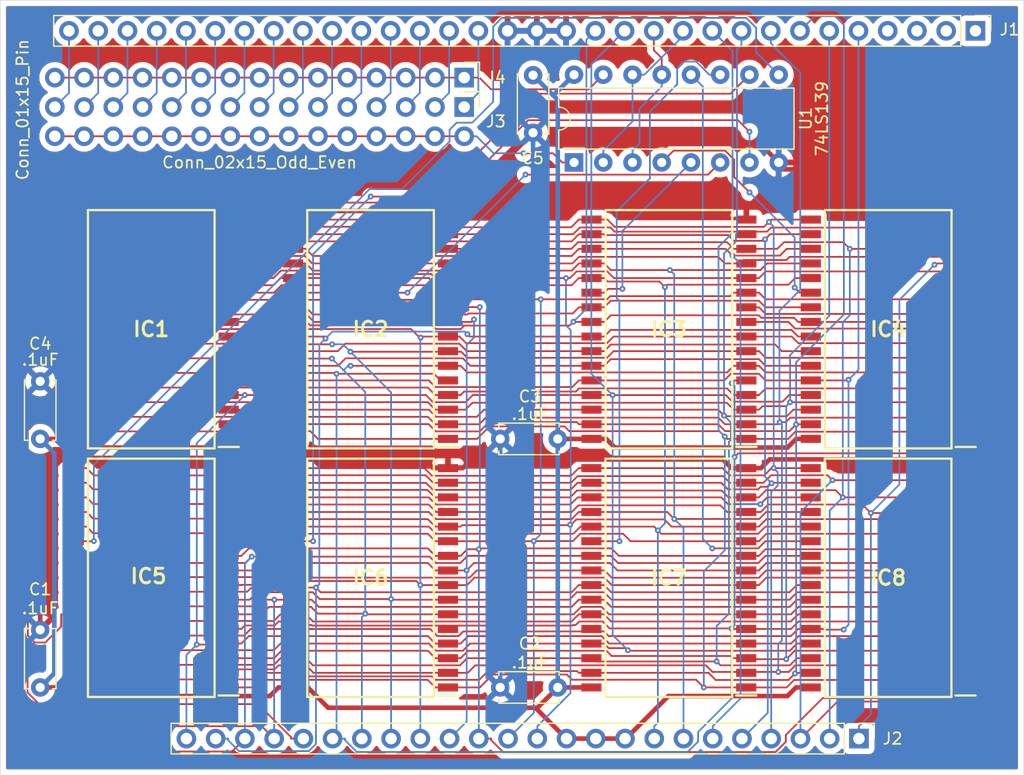
<source format=kicad_pcb>
(kicad_pcb (version 20241229) (generator "pcbnew") (generator_version "9.0")
  (layers (0 "F.Cu" signal) (2 "B.Cu" signal) (13 "F.Paste" user) (15 "B.Paste" user) (5 "F.SilkS" user "F.Silkscreen") (7 "B.SilkS" user "B.Silkscreen") (1 "F.Mask" user) (3 "B.Mask" user) (25 "Edge.Cuts" user))
  (net 0 "")
  (net 1 "GND")
  (net 2 "+5v")
  (net 3 "A8")
  (net 4 "A6")
  (net 5 "D7")
  (net 6 "A0")
  (net 7 "D0")
  (net 8 "A7")
  (net 9 "D5")
  (net 11 "A9")
  (net 12 "A5")
  (net 13 "A2")
  (net 14 "RAMB0")
  (net 15 "A4")
  (net 16 "D1")
  (net 17 "RWB")
  (net 18 "!RWB")
  (net 19 "A12")
  (net 20 "D6")
  (net 21 "A11")
  (net 22 "A3")
  (net 23 "RAMB1")
  (net 24 "Net-(IC1-~{CS})")
  (net 25 "D4")
  (net 26 "D3")
  (net 27 "A1")
  (net 29 "D2")
  (net 31 "A10")
  (net 33 "Net-(IC2-~{CS})")
  (net 34 "Net-(IC3-~{CS})")
  (net 35 "Net-(IC4-~{CS})")
  (net 36 "nBRC14_S")
  (net 37 "T0")
  (net 38 "RAMB2")
  (net 39 "T2")
  (net 40 "T3")
  (net 41 "nBRC5_S")
  (net 42 "nBRC13_S")
  (net 43 "nBRC7_S")
  (net 44 "nBRC10_S")
  (net 45 "nBRC4_S")
  (net 46 "nBRC3_S")
  (net 47 "nBRC2_S")
  (net 48 "nBRC11_S")
  (net 49 "nBRC9_S")
  (net 50 "nBRC0_S")
  (net 51 "nBRC6_S")
  (net 52 "RAMB3")
  (net 53 "T1")
  (net 54 "nBRC12_S")
  (net 55 "nBRC8_S")
  (net 56 "nBRC1_S")
  (net 57 "Net-(J3-Pin_10)")
  (net 58 "Net-(IC5-~{CS})")
  (net 59 "Net-(IC6-~{CS})")
  (net 60 "Net-(IC7-~{CS})")
  (net 61 "Net-(IC8-~{CS})")
  (net 62 "Net-(J4-Pin_1)")
  (footprint "KiCad:SOIC127P1414X300-32N" (layer "F.Cu") (at 133.7658 139.0795 180)
    (property "Reference" "IC6")
    (property "Value" "HM628512LFP-7" (hide yes))
  )
  (footprint "KiCad:SOIC127P1414X300-32N" (layer "F.Cu") (at 178.7358 117.4895 180)
    (property "Reference" "IC4")
    (property "Value" "HM628512LFP-7" (hide yes))
  )
  (footprint "KiCad:SOIC127P1414X300-32N" (layer "F.Cu") (at 114.7158 139.0795 180)
    (property "Reference" "IC5")
    (property "Value" "HM628512LFP-7" (hide yes))
  )
  (footprint "Capacitor_THT:C_Disc_D5.0mm_W2.5mm_P5.00mm" (layer "F.Cu") (at 150.0278 148.6045 180)
    (property "Reference" "C2")
    (property "Value" ".1uF")
  )
  (footprint "Connector_PinHeader_2.54mm:PinHeader_1x32_P2.54mm_Vertical" (layer "F.Cu") (at 186.309 91.567 -90)
    (property "Reference" "J1")
    (property "Value" "Conn_01x32" (hide yes))
  )
  (footprint "KiCad:SOIC127P1414X300-32N" (layer "F.Cu") (at 114.7158 117.4895 180)
    (property "Reference" "IC1")
    (property "Value" "HM628512LFP-7" (hide yes))
  )
  (footprint "KiCad:SOIC127P1414X300-32N" (layer "F.Cu") (at 133.7658 117.4895 180)
    (property "Reference" "IC2")
    (property "Value" "HM628512LFP-7" (hide yes))
  )
  (footprint "KiCad:SOIC127P1414X300-32N" (layer "F.Cu") (at 159.6738 139.0795 180)
    (property "Reference" "IC7")
    (property "Value" "HM628512LFP-7" (hide yes))
  )
  (footprint "Capacitor_THT:C_Disc_D5.0mm_W2.5mm_P5.00mm" (layer "F.Cu") (at 150.0278 127.0145 180)
    (property "Reference" "C3")
    (property "Value" ".1uF")
  )
  (footprint "Connector_PinHeader_2.54mm:PinHeader_1x15_P2.54mm_Vertical" (layer "F.Cu") (at 141.8998 95.631 -90)
    (property "Reference" "J4")
    (property "Value" "Conn_01x15_Pin")
  )
  (footprint "Connector_PinHeader_2.54mm:PinHeader_2x15_P2.54mm_Vertical" (layer "F.Cu") (at 141.8998 98.1855 -90)
    (property "Reference" "J3" (hide yes))
    (property "Value" "Conn_02x15_Odd_Even")
  )
  (footprint "Connector_PinHeader_2.54mm:PinHeader_1x24_P2.54mm_Vertical" (layer "F.Cu") (at 176.1898 153.0495 -90)
    (property "Reference" "J2")
    (property "Value" "Conn_01x24" (hide yes))
  )
  (footprint "Capacitor_THT:C_Disc_D5.0mm_W2.5mm_P5.00mm" (layer "F.Cu") (at 105.0698 148.6045 90)
    (property "Reference" "C1")
    (property "Value" ".1uF")
  )
  (footprint "KiCad:SOIC127P1414X300-32N" (layer "F.Cu") (at 159.6858 117.4895 180)
    (property "Reference" "IC3")
    (property "Value" "HM628512LFP-7" (hide yes))
  )
  (footprint "KiCad:SOIC127P1414X300-32N" (layer "F.Cu") (at 178.7238 139.0795 180)
    (property "Reference" "IC8")
    (property "Value" "HM628512LFP-7" (hide yes))
  )
  (footprint "Package_DIP:DIP-16_W7.62mm" (layer "F.Cu") (at 151.4398 103.0015 90)
    (property "Reference" "U1")
    (property "Value" "74LS139")
  )
  (footprint "Capacitor_THT:C_Disc_D5.0mm_W2.5mm_P5.00mm" (layer "F.Cu") (at 147.8838 95.4215 -90)
    (property "Reference" "C5")
    (property "Value" ".1uF")
  )
  (footprint "Capacitor_THT:C_Disc_D5.0mm_W2.5mm_P5.00mm" (layer "F.Cu") (at 105.0698 127.0145 90)
    (property "Reference" "C4")
    (property "Value" ".1uF")
  )
  (gr_rect (start 101.601787 88.9145) (end 190.504416 156.2245) (stroke (width 0.05)) (fill no) (layer "Edge.Cuts"))
  (segment (start 121.4408 129.5545) (end 120.1657 129.5545) (width 0.4) (layer "F.Cu") (net 1))
  (segment (start 164.3736 128.8044) (end 145.0278 128.8044) (width 0.4) (layer "F.Cu") (net 1))
  (segment (start 148.209 91.567) (end 150.749 91.567) (width 0.4) (layer "F.Cu") (net 1))
  (segment (start 168.4337 128.7947) (end 167.6739 129.5545) (width 0.4) (layer "F.Cu") (net 1))
  (segment (start 148.86115 101.39885) (end 147.8838 100.4215) (width 0.4) (layer "F.Cu") (net 1))
  (segment (start 139.2157 107.9645) (end 138.4656 107.2144) (width 0.4) (layer "F.Cu") (net 1))
  (segment (start 122.0784 129.5545) (end 122.7159 129.5545) (width 0.4) (layer "F.Cu") (net 1))
  (segment (start 106.941 128.8044) (end 105.0698 130.6756) (width 0.4) (layer "F.Cu") (net 1))
  (segment (start 121.4408 107.9645) (end 122.7159 107.9645) (width 0.4) (layer "F.Cu") (net 1))
  (segment (start 140.4908 129.5545) (end 139.2157 129.5545) (width 0.4) (layer "F.Cu") (net 1))
  (segment (start 119.4156 128.8044) (end 106.941 128.8044) (width 0.4) (layer "F.Cu") (net 1))
  (segment (start 166.4108 107.0106) (end 169.2198 104.2016) (width 0.4) (layer "F.Cu") (net 1))
  (segment (start 123.466 128.8044) (end 122.7159 129.5545) (width 0.4) (layer "F.Cu") (net 1))
  (segment (start 138.4656 107.2144) (end 123.466 107.2144) (width 0.4) (layer "F.Cu") (net 1))
  (segment (start 145.0278 127.0145) (end 145.0278 128.8044) (width 0.4) (layer "F.Cu") (net 1))
  (segment (start 123.466 107.2144) (end 122.7159 107.9645) (width 0.4) (layer "F.Cu") (net 1))
  (segment (start 139.2157 129.5545) (end 138.4656 128.8044) (width 0.4) (layer "F.Cu") (net 1))
  (segment (start 147.8838 100.4215) (end 140.4908 107.8145) (width 0.4) (layer "F.Cu") (net 1))
  (segment (start 145.0278 128.8044) (end 142.516 128.8044) (width 0.4) (layer "F.Cu") (net 1))
  (segment (start 166.4108 107.9645) (end 166.4108 107.0106) (width 0.4) (layer "F.Cu") (net 1))
  (segment (start 145.669 91.567) (end 148.209 91.567) (width 0.4) (layer "F.Cu") (net 1))
  (segment (start 183.4139 128.7947) (end 168.4337 128.7947) (width 0.4) (layer "F.Cu") (net 1))
  (segment (start 169.219801 103.0015) (end 167.617151 101.39885) (width 0.4) (layer "F.Cu") (net 1))
  (segment (start 167.617151 101.39885) (end 148.86115 101.39885) (width 0.4) (layer "F.Cu") (net 1))
  (segment (start 140.4908 107.9645) (end 139.2157 107.9645) (width 0.4) (layer "F.Cu") (net 1))
  (segment (start 184.1737 129.5545) (end 183.4139 128.7947) (width 0.4) (layer "F.Cu") (net 1))
  (segment (start 169.2198 103.6015) (end 169.2198 103.001501) (width 0.4) (layer "F.Cu") (net 1))
  (segment (start 169.2198 104.2016) (end 169.2198 103.6015) (width 0.4) (layer "F.Cu") (net 1))
  (segment (start 185.4488 129.5545) (end 184.1737 129.5545) (width 0.4) (layer "F.Cu") (net 1))
  (segment (start 122.0784 129.5545) (end 121.4408 129.5545) (width 0.4) (layer "F.Cu") (net 1))
  (segment (start 140.4908 129.5545) (end 141.7659 129.5545) (width 0.4) (layer "F.Cu") (net 1))
  (segment (start 140.4908 107.8145) (end 140.4908 107.9645) (width 0.4) (layer "F.Cu") (net 1))
  (segment (start 138.4656 128.8044) (end 123.466 128.8044) (width 0.4) (layer "F.Cu") (net 1))
  (segment (start 179.8227 103.6015) (end 184.1857 107.9645) (width 0.4) (layer "F.Cu") (net 1))
  (segment (start 142.516 128.8044) (end 141.7659 129.5545) (width 0.4) (layer "F.Cu") (net 1))
  (segment (start 169.2198 103.6015) (end 179.8227 103.6015) (width 0.4) (layer "F.Cu") (net 1))
  (segment (start 166.3988 129.5545) (end 165.1237 129.5545) (width 0.4) (layer "F.Cu") (net 1))
  (segment (start 105.0698 130.6756) (end 105.0698 143.6045) (width 0.4) (layer "F.Cu") (net 1))
  (segment (start 165.1237 129.5545) (end 164.3736 128.8044) (width 0.4) (layer "F.Cu") (net 1))
  (segment (start 169.2198 103.001501) (end 169.219801 103.0015) (width 0.4) (layer "F.Cu") (net 1))
  (segment (start 120.1657 129.5545) (end 119.4156 128.8044) (width 0.4) (layer "F.Cu") (net 1))
  (segment (start 185.4608 107.9645) (end 184.1857 107.9645) (width 0.4) (layer "F.Cu") (net 1))
  (segment (start 166.3988 129.5545) (end 167.6739 129.5545) (width 0.4) (layer "F.Cu") (net 1))
  (segment (start 103.8575 123.2268) (end 105.0698 122.0145) (width 0.4) (layer "B.Cu") (net 1))
  (segment (start 103.8575 142.3922) (end 103.8575 123.2268) (width 0.4) (layer "B.Cu") (net 1))
  (segment (start 145.0278 127.0145) (end 145.0278 148.6045) (width 0.4) (layer "B.Cu") (net 1))
  (segment (start 147.8838 124.1585) (end 145.0278 127.0145) (width 0.4) (layer "B.Cu") (net 1))
  (segment (start 145.669 91.567) (end 145.669 98.2067) (width 0.4) (layer "B.Cu") (net 1))
  (segment (start 105.0698 143.6045) (end 103.8575 142.3922) (width 0.4) (layer "B.Cu") (net 1))
  (segment (start 147.8838 100.4215) (end 147.8838 124.1585) (width 0.4) (layer "B.Cu") (net 1))
  (segment (start 145.669 98.2067) (end 147.8838 100.4215) (width 0.4) (layer "B.Cu") (net 1))
  (segment (start 148.209 150.368) (end 130.0794 150.368) (width 0.4) (layer "F.Cu") (net 2))
  (segment (start 170.7237 148.6045) (end 171.9988 148.6045) (width 0.4) (layer "F.Cu") (net 2))
  (segment (start 105.0698 148.6045) (end 107.9908 148.6045) (width 0.4) (layer "F.Cu") (net 2))
  (segment (start 152.9608 127.0145) (end 154.2359 127.0145) (width 0.4) (layer "F.Cu") (net 2))
  (segment (start 169.9856 127.7646) (end 170.7357 127.0145) (width 0.4) (layer "F.Cu") (net 2))
  (segment (start 109.2659 127.7646) (end 125.7657 127.7646) (width 0.4) (layer "F.Cu") (net 2))
  (segment (start 126.4033 148.6045) (end 127.0408 148.6045) (width 0.4) (layer "F.Cu") (net 2))
  (segment (start 125.0156 149.3546) (end 110.016 149.3546) (width 0.4) (layer "F.Cu") (net 2))
  (segment (start 107.9908 127.0145) (end 108.5158 127.0145) (width 0.4) (layer "F.Cu") (net 2))
  (segment (start 107.9908 148.6045) (end 109.2659 148.6045) (width 0.4) (layer "F.Cu") (net 2))
  (segment (start 108.5158 127.0145) (end 109.2659 127.7646) (width 0.4) (layer "F.Cu") (net 2))
  (segment (start 150.7898 153.0495) (end 153.3298 153.0495) (width 0.4) (layer "F.Cu") (net 2))
  (segment (start 130.0794 150.368) (end 128.3159 148.6045) (width 0.4) (layer "F.Cu") (net 2))
  (segment (start 126.4033 148.6045) (end 125.7657 148.6045) (width 0.4) (layer "F.Cu") (net 2))
  (segment (start 153.3298 153.0495) (end 155.8698 153.0495) (width 0.4) (layer "F.Cu") (net 2))
  (segment (start 105.0698 127.0145) (end 107.9908 127.0145) (width 0.4) (layer "F.Cu") (net 2))
  (segment (start 148.209 150.495) (end 150.7635 153.0495) (width 0.4) (layer "F.Cu") (net 2))
  (segment (start 126.5158 127.0145) (end 127.0408 127.0145) (width 0.4) (layer "F.Cu") (net 2))
  (segment (start 169.9736 149.3546) (end 170.7237 148.6045) (width 0.4) (layer "F.Cu") (net 2))
  (segment (start 148.209 150.368) (end 148.209 150.495) (width 0.4) (layer "F.Cu") (net 2))
  (segment (start 128.3159 148.6045) (end 127.0408 148.6045) (width 0.4) (layer "F.Cu") (net 2))
  (segment (start 154.986 127.7646) (end 169.9856 127.7646) (width 0.4) (layer "F.Cu") (net 2))
  (segment (start 155.9415 153.0495) (end 159.6364 149.3546) (width 0.4) (layer "F.Cu") (net 2))
  (segment (start 152.9608 127.0145) (end 150.0278 127.0145) (width 0.4) (layer "F.Cu") (net 2))
  (segment (start 150.0278 148.6045) (end 148.2643 150.368) (width 0.4) (layer "F.Cu") (net 2))
  (segment (start 125.7657 127.7646) (end 126.5158 127.0145) (width 0.4) (layer "F.Cu") (net 2))
  (segment (start 172.0108 127.0145) (end 170.7357 127.0145) (width 0.4) (layer "F.Cu") (net 2))
  (segment (start 150.7635 153.0495) (end 150.7898 153.0495) (width 0.4) (layer "F.Cu") (net 2))
  (segment (start 110.016 149.3546) (end 109.2659 148.6045) (width 0.4) (layer "F.Cu") (net 2))
  (segment (start 150.0278 148.6045) (end 152.9488 148.6045) (width 0.4) (layer "F.Cu") (net 2))
  (segment (start 154.2359 127.0145) (end 154.986 127.7646) (width 0.4) (layer "F.Cu") (net 2))
  (segment (start 148.2643 150.368) (end 148.209 150.368) (width 0.4) (layer "F.Cu") (net 2))
  (segment (start 125.7657 148.6045) (end 125.0156 149.3546) (width 0.4) (layer "F.Cu") (net 2))
  (segment (start 159.6364 149.3546) (end 169.9736 149.3546) (width 0.4) (layer "F.Cu") (net 2))
  (segment (start 155.8698 153.0495) (end 155.9415 153.0495) (width 0.4) (layer "F.Cu") (net 2))
  (segment (start 106.2971 147.3772) (end 106.2971 128.2418) (width 0.4) (layer "B.Cu") (net 2))
  (segment (start 150.0278 148.6045) (end 150.0278 127.0145) (width 0.4) (layer "B.Cu") (net 2))
  (segment (start 106.2971 128.2418) (end 105.0698 127.0145) (width 0.4) (layer "B.Cu") (net 2))
  (segment (start 151.4398 95.3815) (end 149.64185 97.17945) (width 0.4) (layer "B.Cu") (net 2))
  (segment (start 150.0278 127.0145) (end 150.0278 97.5655) (width 0.4) (layer "B.Cu") (net 2))
  (segment (start 149.64185 97.17945) (end 149.64175 97.17945) (width 0.4) (layer "B.Cu") (net 2))
  (segment (start 149.64175 97.17945) (end 147.8838 95.4215) (width 0.4) (layer "B.Cu") (net 2))
  (segment (start 105.0698 148.6045) (end 106.2971 147.3772) (width 0.4) (layer "B.Cu") (net 2))
  (segment (start 149.64185 97.17955) (end 149.64185 97.17945) (width 0.4) (layer "B.Cu") (net 2))
  (segment (start 150.0278 97.5655) (end 149.64185 97.17955) (width 0.4) (layer "B.Cu") (net 2))
  (segment (start 104.9742 150.0517) (end 123.9913 150.0517) (width 0.15) (layer "F.Cu") (net 3))
  (segment (start 127.0408 120.6645) (end 130.9424 120.6645) (width 0.15) (layer "F.Cu") (net 3))
  (segment (start 109.7114 121.285) (end 125.3202 121.285) (width 0.15) (layer "F.Cu") (net 3))
  (segment (start 107.9908 120.6645) (end 106.8907 120.6645) (width 0.15) (layer "F.Cu") (net 3))
  (segment (start 106.8907 123.3746) (end 103.9943 126.271) (width 0.15) (layer "F.Cu") (net 3))
  (segment (start 167.4968 120.0893) (end 168.072 120.6645) (width 0.15) (layer "F.Cu") (net 3))
  (segment (start 109.666 142.8296) (end 109.0909 142.2545) (width 0.15) (layer "F.Cu") (net 3))
  (segment (start 141.7869 120.015) (end 142.4364 120.6645) (width 0.15) (layer "F.Cu") (net 3))
  (segment (start 107.9908 142.2545) (end 106.8907 142.2545) (width 0.15) (layer "F.Cu") (net 3))
  (segment (start 154.0609 120.6645) (end 154.6361 120.0893) (width 0.15) (layer "F.Cu") (net 3))
  (segment (start 170.2782 142.875) (end 154.6694 142.875) (width 0.15) (layer "F.Cu") (net 3))
  (segment (start 170.8987 142.2545) (end 170.2782 142.875) (width 0.15) (layer "F.Cu") (net 3))
  (segment (start 131.5919 120.015) (end 141.7869 120.015) (width 0.15) (layer "F.Cu") (net 3))
  (segment (start 125.3202 121.285) (end 125.9407 120.6645) (width 0.15) (layer "F.Cu") (net 3))
  (segment (start 127.0408 142.2545) (end 125.9407 142.2545) (width 0.15) (layer "F.Cu") (net 3))
  (segment (start 106.8907 143.3226) (end 106.8907 142.2545) (width 0.15) (layer "F.Cu") (net 3))
  (segment (start 154.0489 142.2545) (end 152.9488 142.2545) (width 0.15) (layer "F.Cu") (net 3))
  (segment (start 109.0909 120.6645) (end 109.7114 121.285) (width 0.15) (layer "F.Cu") (net 3))
  (segment (start 154.6361 120.0893) (end 167.4968 120.0893) (width 0.15) (layer "F.Cu") (net 3))
  (segment (start 103.9943 144.1124) (end 104.5845 144.7026) (width 0.15) (layer "F.Cu") (net 3))
  (segment (start 126.8547 152.9151) (end 126.8547 153.0495) (width 0.15) (layer "F.Cu") (net 3))
  (segment (start 128.7614 142.875) (end 128.1409 142.2545) (width 0.15) (layer "F.Cu") (net 3))
  (segment (start 103.9943 126.271) (end 103.9943 144.1124) (width 0.15) (layer "F.Cu") (net 3))
  (segment (start 152.9488 142.2545) (end 151.8487 142.2545) (width 0.15) (layer "F.Cu") (net 3))
  (segment (start 151.8487 142.2545) (end 151.2282 142.875) (width 0.15) (layer "F.Cu") (net 3))
  (segment (start 151.2282 142.875) (end 128.7614 142.875) (width 0.15) (layer "F.Cu") (net 3))
  (segment (start 125.9407 120.6645) (end 127.0408 120.6645) (width 0.15) (layer "F.Cu") (net 3))
  (segment (start 142.4364 120.6645) (end 152.9608 120.6645) (width 0.15) (layer "F.Cu") (net 3))
  (segment (start 104.5845 144.7026) (end 105.5107 144.7026) (width 0.15) (layer "F.Cu") (net 3))
  (segment (start 123.9913 150.0517) (end 126.8547 152.9151) (width 0.15) (layer "F.Cu") (net 3))
  (segment (start 168.072 120.6645) (end 172.0108 120.6645) (width 0.15) (layer "F.Cu") (net 3))
  (segment (start 107.9908 142.2545) (end 109.0909 142.2545) (width 0.15) (layer "F.Cu") (net 3))
  (segment (start 171.9988 142.2545) (end 170.8987 142.2545) (width 0.15) (layer "F.Cu") (net 3))
  (segment (start 154.6694 142.875) (end 154.0489 142.2545) (width 0.15) (layer "F.Cu") (net 3))
  (segment (start 107.9908 120.6645) (end 109.0909 120.6645) (width 0.15) (layer "F.Cu") (net 3))
  (segment (start 125.3656 142.8296) (end 109.666 142.8296) (width 0.15) (layer "F.Cu") (net 3))
  (segment (start 105.5107 144.7026) (end 106.8907 143.3226) (width 0.15) (layer "F.Cu") (net 3))
  (segment (start 152.9608 120.6645) (end 154.0609 120.6645) (width 0.15) (layer "F.Cu") (net 3))
  (segment (start 130.9424 120.6645) (end 131.5919 120.015) (width 0.15) (layer "F.Cu") (net 3))
  (segment (start 127.9298 153.0495) (end 126.8547 153.0495) (width 0.15) (layer "F.Cu") (net 3))
  (segment (start 106.8907 120.6645) (end 106.8907 123.3746) (width 0.15) (layer "F.Cu") (net 3))
  (segment (start 103.9721 149.0496) (end 104.9742 150.0517) (width 0.15) (layer "F.Cu") (net 3))
  (segment (start 125.9407 142.2545) (end 125.3656 142.8296) (width 0.15) (layer "F.Cu") (net 3))
  (segment (start 128.1409 142.2545) (end 127.0408 142.2545) (width 0.15) (layer "F.Cu") (net 3))
  (segment (start 104.5845 144.7026) (end 103.9721 145.315) (width 0.15) (layer "F.Cu") (net 3))
  (segment (start 103.9721 145.315) (end 103.9721 149.0496) (width 0.15) (layer "F.Cu") (net 3))
  (segment (start 166.4108 120.6645) (end 165.3107 120.6645) (width 0.15) (layer "F.Cu") (net 4))
  (segment (start 153.8427 141.605) (end 152.0549 141.605) (width 0.15) (layer "F.Cu") (net 4))
  (segment (start 128.5932 141.605) (end 124.9485 141.605) (width 0.15) (layer "F.Cu") (net 4))
  (segment (start 125.4045 120.6645) (end 126.03145 120.03755) (width 0.15) (layer "F.Cu") (net 4))
  (segment (start 154.4922 142.2545) (end 153.8427 141.605) (width 0.15) (layer "F.Cu") (net 4))
  (segment (start 133.3083 142.1969) (end 129.1851 142.1969) (width 0.15) (layer "F.Cu") (net 4))
  (segment (start 170.2925 142.2545) (end 170.942 141.605) (width 0.15) (layer "F.Cu") (net 4))
  (segment (start 124.299 142.2545) (end 121.4408 142.2545) (width 0.15) (layer "F.Cu") (net 4))
  (segment (start 152.0549 141.605) (end 151.4054 142.2545) (width 0.15) (layer "F.Cu") (net 4))
  (segment (start 141.5909 120.6645) (end 142.166 121.2396) (width 0.15) (layer "F.Cu") (net 4))
  (segment (start 126.03145 120.03755) (end 130.40645 120.03755) (width 0.15) (layer "F.Cu") (net 4))
  (segment (start 140.4908 142.2545) (end 133.3659 142.2545) (width 0.15) (layer "F.Cu") (net 4))
  (segment (start 167.5109 120.6645) (end 168.086 121.2396) (width 0.15) (layer "F.Cu") (net 4))
  (segment (start 166.4108 120.6645) (end 167.5109 120.6645) (width 0.15) (layer "F.Cu") (net 4))
  (segment (start 184.3487 142.2545) (end 185.4488 142.2545) (width 0.15) (layer "F.Cu") (net 4))
  (segment (start 132.032019 120.6645) (end 140.4908 120.6645) (width 0.15) (layer "F.Cu") (net 4))
  (segment (start 124.9485 141.605) (end 124.299 142.2545) (width 0.15) (layer "F.Cu") (net 4))
  (segment (start 166.3988 142.2545) (end 154.4922 142.2545) (width 0.15) (layer "F.Cu") (net 4))
  (segment (start 183.6992 141.605) (end 184.3487 142.2545) (width 0.15) (layer "F.Cu") (net 4))
  (segment (start 151.4054 142.2545) (end 140.4908 142.2545) (width 0.15) (layer "F.Cu") (net 4))
  (segment (start 168.086 121.2396) (end 183.7856 121.2396) (width 0.15) (layer "F.Cu") (net 4))
  (segment (start 185.4608 120.6645) (end 184.3607 120.6645) (width 0.15) (layer "F.Cu") (net 4))
  (segment (start 142.166 121.2396) (end 164.7356 121.2396) (width 0.15) (layer "F.Cu") (net 4))
  (segment (start 140.4908 120.6645) (end 141.5909 120.6645) (width 0.15) (layer "F.Cu") (net 4))
  (segment (start 121.4408 120.6645) (end 125.4045 120.6645) (width 0.15) (layer "F.Cu") (net 4))
  (segment (start 166.3988 142.2545) (end 170.2925 142.2545) (width 0.15) (layer "F.Cu") (net 4))
  (segment (start 133.3659 142.2545) (end 133.3083 142.1969) (width 0.15) (layer "F.Cu") (net 4))
  (segment (start 170.942 141.605) (end 183.6992 141.605) (width 0.15) (layer "F.Cu") (net 4))
  (segment (start 164.7356 121.2396) (end 165.3107 120.6645) (width 0.15) (layer "F.Cu") (net 4))
  (segment (start 129.1851 142.1969) (end 128.5932 141.605) (width 0.15) (layer "F.Cu") (net 4))
  (segment (start 183.7856 121.2396) (end 184.3607 120.6645) (width 0.15) (layer "F.Cu") (net 4))
  (via (at 133.3083 142.1969) (size 0.5) (drill 0.2) (layers "F.Cu" "B.Cu") (net 4))
  (via (at 132.032019 120.6645) (size 0.5) (drill 0.2) (layers "F.Cu" "B.Cu") (net 4))
  (via (at 130.40645 120.03755) (size 0.5) (drill 0.2) (layers "F.Cu" "B.Cu") (net 4))
  (segment (start 131.8115 120.6645) (end 132.032019 120.6645) (width 0.15) (layer "B.Cu") (net 4))
  (segment (start 133.3083 142.1969) (end 133.3083 122.9394) (width 0.15) (layer "B.Cu") (net 4))
  (segment (start 131.42245 121.05355) (end 131.8115 120.6645) (width 0.15) (layer "B.Cu") (net 4))
  (segment (start 133.0098 142.4954) (end 133.0098 153.0495) (width 0.15) (layer "B.Cu") (net 4))
  (segment (start 130.40645 120.03755) (end 131.42245 121.05355) (width 0.15) (layer "B.Cu") (net 4))
  (segment (start 133.3083 142.1969) (end 133.0098 142.4954) (width 0.15) (layer "B.Cu") (net 4))
  (segment (start 133.3083 122.9394) (end 131.42245 121.05355) (width 0.15) (layer "B.Cu") (net 4))
  (segment (start 151.384 135.255) (end 139.4501 135.255) (width 0.15) (layer "F.Cu") (net 5))
  (segment (start 158.3914 134.6345) (end 152.0045 134.6345) (width 0.15) (layer "F.Cu") (net 5))
  (segment (start 109.0909 134.6345) (end 107.9908 134.6345) (width 0.15) (layer "F.Cu") (net 5))
  (segment (start 154.3611 113.3447) (end 158.8531 113.3447) (width 0.15) (layer "F.Cu") (net 5))
  (segment (start 151.2402 113.665) (end 151.8607 113.0445) (width 0.15) (layer "F.Cu") (net 5))
  (segment (start 159.548 113.6196) (end 159.338 113.8296) (width 0.15) (layer "F.Cu") (net 5))
  (segment (start 125.3656 135.2096) (end 109.666 135.2096) (width 0.15) (layer "F.Cu") (net 5))
  (segment (start 152.0045 134.6345) (end 151.384 135.255) (width 0.15) (layer "F.Cu") (net 5))
  (segment (start 125.9407 134.6345) (end 125.3656 135.2096) (width 0.15) (layer "F.Cu") (net 5))
  (segment (start 170.6459 113.0445) (end 170.0708 113.6196) (width 0.15) (layer "F.Cu") (net 5))
  (segment (start 170.6459 113.0445) (end 172.0108 113.0445) (width 0.15) (layer "F.Cu") (net 5))
  (segment (start 151.8607 113.0445) (end 154.0609 113.0445) (width 0.15) (layer "F.Cu") (net 5))
  (segment (start 158.8531 113.3447) (end 159.338 113.8296) (width 0.15) (layer "F.Cu") (net 5))
  (segment (start 158.7231 134.9662) (end 158.3914 134.6345) (width 0.15) (layer "F.Cu") (net 5))
  (segment (start 168.06 134.6345) (end 171.9988 134.6345) (width 0.15) (layer "F.Cu") (net 5))
  (segment (start 125.3202 113.665) (end 125.9407 113.0445) (width 0.15) (layer "F.Cu") (net 5))
  (segment (start 170.0708 113.6196) (end 159.548 113.6196) (width 0.15) (layer "F.Cu") (net 5))
  (segment (start 154.0609 113.0445) (end 154.3611 113.3447) (width 0.15) (layer "F.Cu") (net 5))
  (segment (start 109.0909 113.0445) (end 109.7114 113.665) (width 0.15) (layer "F.Cu") (net 5))
  (segment (start 107.9908 113.0445) (end 109.0909 113.0445) (width 0.15) (layer "F.Cu") (net 5))
  (segment (start 138.8296 134.6345) (end 125.9407 134.6345) (width 0.15) (layer "F.Cu") (net 5))
  (segment (start 139.4501 135.255) (end 138.8296 134.6345) (width 0.15) (layer "F.Cu") (net 5))
  (segment (start 167.4395 135.255) (end 168.06 134.6345) (width 0.15) (layer "F.Cu") (net 5))
  (segment (start 158.7231 134.9662) (end 159.0119 135.255) (width 0.15) (layer "F.Cu") (net 5))
  (segment (start 139.4501 113.665) (end 151.2402 113.665) (width 0.15) (layer "F.Cu") (net 5))
  (segment (start 159.0119 135.255) (end 167.4395 135.255) (width 0.15) (layer "F.Cu") (net 5))
  (segment (start 138.8296 113.0445) (end 139.4501 113.665) (width 0.15) (layer "F.Cu") (net 5))
  (segment (start 109.666 135.2096) (end 109.0909 134.6345) (width 0.15) (layer "F.Cu") (net 5))
  (segment (start 109.7114 113.665) (end 125.3202 113.665) (width 0.15) (layer "F.Cu") (net 5))
  (segment (start 125.9407 113.0445) (end 138.8296 113.0445) (width 0.15) (layer "F.Cu") (net 5))
  (via (at 159.338 113.8296) (size 0.5) (drill 0.2) (layers "F.Cu" "B.Cu") (net 5))
  (via (at 158.7231 134.9662) (size 0.5) (drill 0.2) (layers "F.Cu" "B.Cu") (net 5))
  (segment (start 159.338 134.3513) (end 158.7231 134.9662) (width 0.15) (layer "B.Cu") (net 5))
  (segment (start 159.338 113.8296) (end 159.338 134.3513) (width 0.15) (layer "B.Cu") (net 5))
  (segment (start 158.7231 151.6611) (end 158.4098 151.9744) (width 0.15) (layer "B.Cu") (net 5))
  (segment (start 158.7231 134.9662) (end 158.7231 151.6611) (width 0.15) (layer "B.Cu") (net 5))
  (segment (start 158.4098 153.0495) (end 158.4098 151.9744) (width 0.15) (layer "B.Cu") (net 5))
  (segment (start 154.9064 113.0445) (end 154.3312 112.4693) (width 0.15) (layer "F.Cu") (net 6))
  (segment (start 151.0874 113.0445) (end 150.7412 113.0445) (width 0.15) (layer "F.Cu") (net 6))
  (segment (start 139.0412 112.695) (end 139.3907 113.0445) (width 0.15) (layer "F.Cu") (net 6))
  (segment (start 185.4608 113.0445) (end 184.3607 113.0445) (width 0.15) (layer "F.Cu") (net 6))
  (segment (start 184.3487 134.6345) (end 183.6992 133.985) (width 0.15) (layer "F.Cu") (net 6))
  (segment (start 128.3525 112.695) (end 139.0412 112.695) (width 0.15) (layer "F.Cu") (net 6))
  (segment (start 151.195832 134.464468) (end 151.100168 134.464468) (width 0.15) (layer "F.Cu") (net 6))
  (segment (start 185.4488 134.6345) (end 184.3487 134.6345) (width 0.15) (layer "F.Cu") (net 6))
  (segment (start 121.4408 113.0445) (end 125.3345 113.0445) (width 0.15) (layer "F.Cu") (net 6))
  (segment (start 141.7131 134.5123) (end 151.052336 134.5123) (width 0.15) (layer "F.Cu") (net 6))
  (segment (start 166.9609 113.0445) (end 167.5109 113.0445) (width 0.15) (layer "F.Cu") (net 6))
  (segment (start 167.4989 134.6345) (end 159.9128 134.6345) (width 0.15) (layer "F.Cu") (net 6))
  (segment (start 151.649 134.0113) (end 151.195832 134.464468) (width 0.15) (layer "F.Cu") (net 6))
  (segment (start 151.052336 134.5123) (end 151.100168 134.464468) (width 0.15) (layer "F.Cu") (net 6))
  (segment (start 159.2896 134.0113) (end 151.649 134.0113) (width 0.15) (layer "F.Cu") (net 6))
  (segment (start 167.5109 113.0445) (end 168.086 112.4694) (width 0.15) (layer "F.Cu") (net 6))
  (segment (start 159.9128 134.6345) (end 159.2896 134.0113) (width 0.15) (layer "F.Cu") (net 6))
  (segment (start 139.3907 113.0445) (end 150.7412 113.0445) (width 0.15) (layer "F.Cu") (net 6))
  (segment (start 141.5909 134.6345) (end 141.7131 134.5123) (width 0.15) (layer "F.Cu") (net 6))
  (segment (start 125.984 112.395) (end 128.0525 112.395) (width 0.15) (layer "F.Cu") (net 6))
  (segment (start 128.0525 112.395) (end 128.3525 112.695) (width 0.15) (layer "F.Cu") (net 6))
  (segment (start 151.6626 112.4693) (end 151.0874 113.0445) (width 0.15) (layer "F.Cu") (net 6))
  (segment (start 125.4472 133.985) (end 138.7412 133.985) (width 0.15) (layer "F.Cu") (net 6))
  (segment (start 139.3907 134.6345) (end 141.5909 134.6345) (width 0.15) (layer "F.Cu") (net 6))
  (segment (start 154.3312 112.4693) (end 151.6626 112.4693) (width 0.15) (layer "F.Cu") (net 6))
  (segment (start 124.7977 134.6345) (end 125.4472 133.985) (width 0.15) (layer "F.Cu") (net 6))
  (segment (start 125.3345 113.0445) (end 125.984 112.395) (width 0.15) (layer "F.Cu") (net 6))
  (segment (start 154.9064 113.0445) (end 166.4108 113.0445) (width 0.15) (layer "F.Cu") (net 6))
  (segment (start 168.086 112.4694) (end 183.7856 112.4694) (width 0.15) (layer "F.Cu") (net 6))
  (segment (start 166.9609 113.0445) (end 166.4108 113.0445) (width 0.15) (layer "F.Cu") (net 6))
  (segment (start 138.7412 133.985) (end 139.3907 134.6345) (width 0.15) (layer "F.Cu") (net 6))
  (segment (start 121.4408 134.6345) (end 124.7977 134.6345) (width 0.15) (layer "F.Cu") (net 6))
  (segment (start 183.7856 112.4694) (end 184.3607 113.0445) (width 0.15) (layer "F.Cu") (net 6))
  (segment (start 183.6992 133.985) (end 168.1484 133.985) (width 0.15) (layer "F.Cu") (net 6))
  (segment (start 168.1484 133.985) (end 167.4989 134.6345) (width 0.15) (layer "F.Cu") (net 6))
  (via (at 151.100168 134.464468) (size 0.5) (drill 0.2) (layers "F.Cu" "B.Cu") (net 6))
  (via (at 150.7412 113.0445) (size 0.5) (drill 0.2) (layers "F.Cu" "B.Cu") (net 6))
  (segment (start 151.13 149.0942) (end 151.13 134.4943) (width 0.15) (layer "B.Cu") (net 6))
  (segment (start 150.7412 117.1548) (end 151.148 117.5616) (width 0.15) (layer "B.Cu") (net 6))
  (segment (start 151.148 117.5616) (end 151.148 134.416636) (width 0.15) (layer "B.Cu") (net 6))
  (segment (start 148.2498 151.9744) (end 151.13 149.0942) (width 0.15) (layer "B.Cu") (net 6))
  (segment (start 151.13 134.4943) (end 151.100168 134.464468) (width 0.15) (layer "B.Cu") (net 6))
  (segment (start 151.148 134.416636) (end 151.100168 134.464468) (width 0.15) (layer "B.Cu") (net 6))
  (segment (start 150.7412 113.0445) (end 150.7412 117.1548) (width 0.15) (layer "B.Cu") (net 6))
  (segment (start 148.2498 153.0495) (end 148.2498 151.9744) (width 0.15) (layer "B.Cu") (net 6))
  (segment (start 176.4845 132.715) (end 177.2247 133.4552) (width 0.15) (layer "F.Cu") (net 7))
  (segment (start 165.8608 111.7745) (end 166.161 111.4743) (width 0.15) (layer "F.Cu") (net 7))
  (segment (start 151.2425 133.3645) (end 151.8176 132.7894) (width 0.15) (layer "F.Cu") (net 7))
  (segment (start 168.3114 132.715) (end 176.4845 132.715) (width 0.15) (layer "F.Cu") (net 7))
  (segment (start 151.8176 132.7894) (end 164.1584 132.7894) (width 0.15) (layer "F.Cu") (net 7))
  (segment (start 185.4608 111.7745) (end 182.8655 111.7745) (width 0.15) (layer "F.Cu") (net 7))
  (segment (start 166.161 111.4743) (end 169.895 111.4743) (width 0.15) (layer "F.Cu") (net 7))
  (segment (start 121.4408 111.7745) (end 125.3345 111.7745) (width 0.15) (layer "F.Cu") (net 7))
  (segment (start 138.811 132.715) (end 139.4605 133.3645) (width 0.15) (layer "F.Cu") (net 7))
  (segment (start 128.0525 111.125) (end 128.702 111.7745) (width 0.15) (layer "F.Cu") (net 7))
  (segment (start 167.6619 133.3645) (end 168.3114 132.715) (width 0.15) (layer "F.Cu") (net 7))
  (segment (start 151.8747 111.1994) (end 163.9609 111.1994) (width 0.15) (layer "F.Cu") (net 7))
  (segment (start 139.4605 133.3645) (end 140.4908 133.3645) (width 0.15) (layer "F.Cu") (net 7))
  (segment (start 128.702 111.7745) (end 140.4908 111.7745) (width 0.15) (layer "F.Cu") (net 7))
  (segment (start 121.4408 133.3645) (end 124.3524 133.3645) (width 0.15) (layer "F.Cu") (net 7))
  (segment (start 151.2996 111.7745) (end 151.8747 111.1994) (width 0.15) (layer "F.Cu") (net 7))
  (segment (start 185.4608 111.7745) (end 184.3607 111.7745) (width 0.15) (layer "F.Cu") (net 7))
  (segment (start 166.3988 133.3645) (end 167.6619 133.3645) (width 0.15) (layer "F.Cu") (net 7))
  (segment (start 164.1584 132.7894) (end 164.7335 133.3645) (width 0.15) (layer "F.Cu") (net 7))
  (segment (start 140.4908 133.3645) (end 151.2425 133.3645) (width 0.15) (layer "F.Cu") (net 7))
  (segment (start 164.7335 133.3645) (end 166.3988 133.3645) (width 0.15) (layer "F.Cu") (net 7))
  (segment (start 125.0019 132.715) (end 138.811 132.715) (width 0.15) (layer "F.Cu") (net 7))
  (segment (start 182.8655 111.7745) (end 182.753 111.887) (width 0.15) (layer "F.Cu") (net 7))
  (segment (start 164.536 111.7745) (end 165.8608 111.7745) (width 0.15) (layer "F.Cu") (net 7))
  (segment (start 124.3524 133.3645) (end 125.0019 132.715) (width 0.15) (layer "F.Cu") (net 7))
  (segment (start 184.3487 133.3645) (end 184.258 133.4552) (width 0.15) (layer "F.Cu") (net 7))
  (segment (start 183.7856 111.1994) (end 184.3607 111.7745) (width 0.15) (layer "F.Cu") (net 7))
  (segment (start 125.3345 111.7745) (end 125.984 111.125) (width 0.15) (layer "F.Cu") (net 7))
  (segment (start 125.984 111.125) (end 128.0525 111.125) (width 0.15) (layer "F.Cu") (net 7))
  (segment (start 184.258 133.4552) (end 177.2247 133.4552) (width 0.15) (layer "F.Cu") (net 7))
  (segment (start 163.9609 111.1994) (end 164.536 111.7745) (width 0.15) (layer "F.Cu") (net 7))
  (segment (start 169.895 111.4743) (end 170.1699 111.1994) (width 0.15) (layer "F.Cu") (net 7))
  (segment (start 140.4908 111.7745) (end 151.2996 111.7745) (width 0.15) (layer "F.Cu") (net 7))
  (segment (start 166.4108 111.7745) (end 165.8608 111.7745) (width 0.15) (layer "F.Cu") (net 7))
  (segment (start 170.1699 111.1994) (end 183.7856 111.1994) (width 0.15) (layer "F.Cu") (net 7))
  (segment (start 185.4488 133.3645) (end 184.3487 133.3645) (width 0.15) (layer "F.Cu") (net 7))
  (via (at 177.2247 133.4552) (size 0.5) (drill 0.2) (layers "F.Cu" "B.Cu") (net 7))
  (via (at 182.753 111.887) (size 0.5) (drill 0.2) (layers "F.Cu" "B.Cu") (net 7))
  (segment (start 179.705 114.935) (end 182.753 111.887) (width 0.15) (layer "B.Cu") (net 7))
  (segment (start 179.705 130.9749) (end 179.705 114.935) (width 0.15) (layer "B.Cu") (net 7))
  (segment (start 176.1898 153.0495) (end 176.1898 151.9744) (width 0.15) (layer "B.Cu") (net 7))
  (segment (start 177.2247 133.4552) (end 179.705 130.9749) (width 0.15) (layer "B.Cu") (net 7))
  (segment (start 177.2247 133.4552) (end 177.2247 150.9395) (width 0.15) (layer "B.Cu") (net 7))
  (segment (start 177.2247 150.9395) (end 176.1898 151.9744) (width 0.15) (layer "B.Cu") (net 7))
  (segment (start 122.5409 143.5245) (end 121.4408 143.5245) (width 0.15) (layer "F.Cu") (net 8))
  (segment (start 185.4488 143.5245) (end 184.3487 143.5245) (width 0.15) (layer "F.Cu") (net 8))
  (segment (start 185.4608 121.9345) (end 186.5609 121.9345) (width 0.15) (layer "F.Cu") (net 8))
  (segment (start 185.8115 128.269) (end 165.7004 128.269) (width 0.15) (layer "F.Cu") (net 8))
  (segment (start 170.942 142.875) (end 170.2925 143.5245) (width 0.15) (layer "F.Cu") (net 8))
  (segment (start 139.8415 121.9345) (end 139.2641 121.3571) (width 0.15) (layer "F.Cu") (net 8))
  (segment (start 183.6992 142.875) (end 170.942 142.875) (width 0.15) (layer "F.Cu") (net 8))
  (segment (start 165.2987 143.5245) (end 165.2529 143.4787) (width 0.15) (layer "F.Cu") (net 8))
  (segment (start 140.4908 121.9345) (end 139.8415 121.9345) (width 0.15) (layer "F.Cu") (net 8))
  (segment (start 128.647236 143.1851) (end 128.3565 143.1851) (width 0.15) (layer "F.Cu") (net 8))
  (segment (start 165.2529 143.4787) (end 165.1227 143.4787) (width 0.15) (layer "F.Cu") (net 8))
  (segment (start 186.5609 127.5196) (end 185.8115 128.269) (width 0.15) (layer "F.Cu") (net 8))
  (segment (start 166.4108 121.9345) (end 165.3832 121.9345) (width 0.15) (layer "F.Cu") (net 8))
  (segment (start 130.7379 121.285) (end 130.81 121.3571) (width 0.15) (layer "F.Cu") (net 8))
  (segment (start 122.8411 143.2243) (end 122.5409 143.5245) (width 0.15) (layer "F.Cu") (net 8))
  (segment (start 153.924 142.875) (end 151.892 142.875) (width 0.15) (layer "F.Cu") (net 8))
  (segment (start 139.2641 121.3571) (end 130.81 121.3571) (width 0.15) (layer "F.Cu") (net 8))
  (segment (start 165.3832 121.9345) (end 165.1353 122.1824) (width 0.15) (layer "F.Cu") (net 8))
  (segment (start 125.4243 143.2243) (end 122.8411 143.2243) (width 0.15) (layer "F.Cu") (net 8))
  (segment (start 151.295434 143.23203) (end 128.694166 143.23203) (width 0.15) (layer "F.Cu") (net 8))
  (segment (start 128.3565 143.1851) (end 128.0464 142.875) (width 0.15) (layer "F.Cu") (net 8))
  (segment (start 121.4408 121.9345) (end 125.376458 121.9345) (width 0.15) (layer "F.Cu") (net 8))
  (segment (start 186.5609 121.9345) (end 186.5609 127.5196) (width 0.15) (layer "F.Cu") (net 8))
  (segment (start 165.7004 128.269) (end 165.3849 128.5845) (width 0.15) (layer "F.Cu") (net 8))
  (segment (start 125.376458 121.9345) (end 126.025958 121.285) (width 0.15) (layer "F.Cu") (net 8))
  (segment (start 151.341264 143.1862) (end 151.295434 143.23203) (width 0.15) (layer "F.Cu") (net 8))
  (segment (start 128.0464 142.875) (end 125.7736 142.875) (width 0.15) (layer "F.Cu") (net 8))
  (segment (start 126.025958 121.285) (end 130.7379 121.285) (width 0.15) (layer "F.Cu") (net 8))
  (segment (start 125.7736 142.875) (end 125.4243 143.2243) (width 0.15) (layer "F.Cu") (net 8))
  (segment (start 151.5808 143.1862) (end 151.341264 143.1862) (width 0.15) (layer "F.Cu") (net 8))
  (segment (start 154.5277 143.4787) (end 153.924 142.875) (width 0.15) (layer "F.Cu") (net 8))
  (segment (start 128.694166 143.23203) (end 128.647236 143.1851) (width 0.15) (layer "F.Cu") (net 8))
  (segment (start 184.3487 143.5245) (end 183.6992 142.875) (width 0.15) (layer "F.Cu") (net 8))
  (segment (start 151.892 142.875) (end 151.5808 143.1862) (width 0.15) (layer "F.Cu") (net 8))
  (segment (start 170.2925 143.5245) (end 165.2987 143.5245) (width 0.15) (layer "F.Cu") (net 8))
  (segment (start 165.1227 143.4787) (end 154.5277 143.4787) (width 0.15) (layer "F.Cu") (net 8))
  (via (at 165.1353 122.1824) (size 0.5) (drill 0.2) (layers "F.Cu" "B.Cu") (net 8))
  (via (at 165.3849 128.5845) (size 0.5) (drill 0.2) (layers "F.Cu" "B.Cu") (net 8))
  (via (at 130.81 121.3571) (size 0.5) (drill 0.2) (layers "F.Cu" "B.Cu") (net 8))
  (via (at 165.1227 143.4787) (size 0.5) (drill 0.2) (layers "F.Cu" "B.Cu") (net 8))
  (segment (start 131.0074 153.0495) (end 130.81 152.8521) (width 0.15) (layer "B.Cu") (net 8))
  (segment (start 165.3849 128.5845) (end 165.3849 122.432) (width 0.15) (layer "B.Cu") (net 8))
  (segment (start 165.3849 122.432) (end 165.1353 122.1824) (width 0.15) (layer "B.Cu") (net 8))
  (segment (start 165.3849 143.2165) (end 165.1227 143.4787) (width 0.15) (layer "B.Cu") (net 8))
  (segment (start 130.81 152.8521) (end 130.81 121.3571) (width 0.15) (layer "B.Cu") (net 8))
  (segment (start 132.5713 154.2103) (end 131.5449 153.1839) (width 0.15) (layer "B.Cu") (net 8))
  (segment (start 130.4698 153.0495) (end 131.0074 153.0495) (width 0.15) (layer "B.Cu") (net 8))
  (segment (start 165.3849 128.5845) (end 165.3849 143.2165) (width 0.15) (layer "B.Cu") (net 8))
  (segment (start 162.2198 153.3051) (end 161.3146 154.2103) (width 0.15) (layer "B.Cu") (net 8))
  (segment (start 162.2198 152.4695) (end 162.2198 153.3051) (width 0.15) (layer "B.Cu") (net 8))
  (segment (start 131.5449 153.1839) (end 131.5449 153.0495) (width 0.15) (layer "B.Cu") (net 8))
  (segment (start 165.1227 149.5666) (end 162.2198 152.4695) (width 0.15) (layer "B.Cu") (net 8))
  (segment (start 165.1227 143.4787) (end 165.1227 149.5666) (width 0.15) (layer "B.Cu") (net 8))
  (segment (start 161.3146 154.2103) (end 132.5713 154.2103) (width 0.15) (layer "B.Cu") (net 8))
  (segment (start 131.0074 153.0495) (end 131.5449 153.0495) (width 0.15) (layer "B.Cu") (net 8))
  (segment (start 152.9608 110.5045) (end 151.8607 110.5045) (width 0.15) (layer "F.Cu") (net 9))
  (segment (start 139.446 132.715) (end 138.8255 132.0945) (width 0.15) (layer "F.Cu") (net 9))
  (segment (start 109.0909 110.5045) (end 109.7114 111.125) (width 0.15) (layer "F.Cu") (net 9))
  (segment (start 128.7614 111.125) (end 128.1409 110.5045) (width 0.15) (layer "F.Cu") (net 9))
  (segment (start 152.9488 132.0945) (end 151.7505 132.0945) (width 0.15) (layer "F.Cu") (net 9))
  (segment (start 128.1409 110.5045) (end 127.0408 110.5045) (width 0.15) (layer "F.Cu") (net 9))
  (segment (start 109.666 132.6696) (end 109.0909 132.0945) (width 0.15) (layer "F.Cu") (net 9))
  (segment (start 123.6882 132.6696) (end 109.666 132.6696) (width 0.15) (layer "F.Cu") (net 9))
  (segment (start 151.8607 110.5045) (end 151.2402 111.125) (width 0.15) (layer "F.Cu") (net 9))
  (segment (start 125.248535 111.125) (end 125.869035 110.5045) (width 0.15) (layer "F.Cu") (net 9))
  (segment (start 138.8255 132.0945) (end 127.0408 132.0945) (width 0.15) (layer "F.Cu") (net 9))
  (segment (start 124.2633 132.0945) (end 123.6882 132.6696) (width 0.15) (layer "F.Cu") (net 9))
  (segment (start 168.2195 132.0945) (end 171.9988 132.0945) (width 0.15) (layer "F.Cu") (net 9))
  (segment (start 107.9908 110.5045) (end 109.0909 110.5045) (width 0.15) (layer "F.Cu") (net 9))
  (segment (start 151.13 132.715) (end 139.446 132.715) (width 0.15) (layer "F.Cu") (net 9))
  (segment (start 164.8178 132.6868) (end 167.6272 132.6868) (width 0.15) (layer "F.Cu") (net 9))
  (segment (start 164.2255 132.0945) (end 164.8178 132.6868) (width 0.15) (layer "F.Cu") (net 9))
  (segment (start 151.7505 132.0945) (end 151.13 132.715) (width 0.15) (layer "F.Cu") (net 9))
  (segment (start 107.9908 132.0945) (end 109.0909 132.0945) (width 0.15) (layer "F.Cu") (net 9))
  (segment (start 168.2195 132.0945) (end 167.6272 132.6868) (width 0.15) (layer "F.Cu") (net 9))
  (segment (start 172.0108 110.5045) (end 169.9121 110.5045) (width 0.15) (layer "F.Cu") (net 9))
  (segment (start 152.9488 132.0945) (end 164.2255 132.0945) (width 0.15) (layer "F.Cu") (net 9))
  (segment (start 164.6048 110.5045) (end 152.9608 110.5045) (width 0.15) (layer "F.Cu") (net 9))
  (segment (start 124.2633 132.0945) (end 127.0408 132.0945) (width 0.15) (layer "F.Cu") (net 9))
  (segment (start 151.2402 111.125) (end 128.7614 111.125) (width 0.15) (layer "F.Cu") (net 9))
  (segment (start 169.9121 110.5045) (end 169.3233 111.0933) (width 0.15) (layer "F.Cu") (net 9))
  (segment (start 169.3233 111.0933) (end 165.1936 111.0933) (width 0.15) (layer "F.Cu") (net 9))
  (segment (start 109.7114 111.125) (end 125.248535 111.125) (width 0.15) (layer "F.Cu") (net 9))
  (segment (start 165.1936 111.0933) (end 164.6048 110.5045) (width 0.15) (layer "F.Cu") (net 9))
  (segment (start 125.869035 110.5045) (end 127.0408 110.5045) (width 0.15) (layer "F.Cu") (net 9))
  (via (at 165.1936 111.0933) (size 0.5) (drill 0.2) (layers "F.Cu" "B.Cu") (net 9))
  (via (at 167.6272 132.6868) (size 0.5) (drill 0.2) (layers "F.Cu" "B.Cu") (net 9))
  (segment (start 163.4898 151.9744) (end 165.9012 149.563) (width 0.15) (layer "B.Cu") (net 9))
  (segment (start 163.4898 153.0495) (end 163.4898 151.9744) (width 0.15) (layer "B.Cu") (net 9))
  (segment (start 165.9012 111.8009) (end 165.1936 111.0933) (width 0.15) (layer "B.Cu") (net 9))
  (segment (start 167.6272 132.6868) (end 165.9012 132.6868) (width 0.15) (layer "B.Cu") (net 9))
  (segment (start 165.9012 132.6868) (end 165.9012 111.8009) (width 0.15) (layer "B.Cu") (net 9))
  (segment (start 165.9012 149.563) (end 165.9012 132.6868) (width 0.15) (layer "B.Cu") (net 9))
  (segment (start 171.9988 140.9845) (end 170.8005 140.9845) (width 0.15) (layer "F.Cu") (net 11))
  (segment (start 123.6615 141.5596) (end 124.2366 140.9845) (width 0.15) (layer "F.Cu") (net 11))
  (segment (start 170.18 141.605) (end 154.6694 141.605) (width 0.15) (layer "F.Cu") (net 11))
  (segment (start 151.2282 141.605) (end 129.2652 141.605) (width 0.15) (layer "F.Cu") (net 11))
  (segment (start 108.5659 141.5596) (end 123.6615 141.5596) (width 0.15) (layer "F.Cu") (net 11))
  (segment (start 103.6698 125.1884) (end 103.6698 149.1718) (width 0.15) (layer "F.Cu") (net 11))
  (segment (start 125.9407 119.3945) (end 125.3202 120.015) (width 0.15) (layer "F.Cu") (net 11))
  (segment (start 129.2652 141.605) (end 128.6447 140.9845) (width 0.15) (layer "F.Cu") (net 11))
  (segment (start 107.9908 140.9845) (end 108.5659 141.5596) (width 0.15) (layer "F.Cu") (net 11))
  (segment (start 169.4914 119.3945) (end 168.9162 118.8193) (width 0.15) (layer "F.Cu") (net 11))
  (segment (start 106.474 119.8112) (end 106.474 122.3842) (width 0.15) (layer "F.Cu") (net 11))
  (segment (start 170.8005 140.9845) (end 170.18 141.605) (width 0.15) (layer "F.Cu") (net 11))
  (segment (start 103.6698 149.1718) (end 106.4724 151.9744) (width 0.15) (layer "F.Cu") (net 11))
  (segment (start 154.6361 118.8193) (end 154.0609 119.3945) (width 0.15) (layer "F.Cu") (net 11))
  (segment (start 106.8907 119.3945) (end 106.474 119.8112) (width 0.15) (layer "F.Cu") (net 11))
  (segment (start 124.2366 140.9845) (end 125.403984 140.9845) (width 0.15) (layer "F.Cu") (net 11))
  (segment (start 154.0609 119.3945) (end 142.1275 119.3945) (width 0.15) (layer "F.Cu") (net 11))
  (segment (start 109.7114 120.015) (end 109.0909 119.3945) (width 0.15) (layer "F.Cu") (net 11))
  (segment (start 172.0108 119.3945) (end 169.4914 119.3945) (width 0.15) (layer "F.Cu") (net 11))
  (segment (start 154.6694 141.605) (end 154.0489 140.9845) (width 0.15) (layer "F.Cu") (net 11))
  (segment (start 106.474 122.3842) (end 103.6698 125.1884) (width 0.15) (layer "F.Cu") (net 11))
  (segment (start 142.1275 119.3945) (end 141.478 118.745) (width 0.15) (layer "F.Cu") (net 11))
  (segment (start 131.572 118.745) (end 130.9225 119.3945) (width 0.15) (layer "F.Cu") (net 11))
  (segment (start 151.8487 140.9845) (end 151.2282 141.605) (width 0.15) (layer "F.Cu") (net 11))
  (segment (start 141.478 118.745) (end 131.572 118.745) (width 0.15) (layer "F.Cu") (net 11))
  (segment (start 106.4724 151.9744) (end 124.3147 151.9744) (width 0.15) (layer "F.Cu") (net 11))
  (segment (start 128.6447 140.9845) (end 125.403984 140.9845) (width 0.15) (layer "F.Cu") (net 11))
  (segment (start 109.0909 119.3945) (end 106.8907 119.3945) (width 0.15) (layer "F.Cu") (net 11))
  (segment (start 130.9225 119.3945) (end 125.9407 119.3945) (width 0.15) (layer "F.Cu") (net 11))
  (segment (start 124.3147 151.9744) (end 125.3898 153.0495) (width 0.15) (layer "F.Cu") (net 11))
  (segment (start 154.0489 140.9845) (end 151.8487 140.9845) (width 0.15) (layer "F.Cu") (net 11))
  (segment (start 125.3202 120.015) (end 109.7114 120.015) (width 0.15) (layer "F.Cu") (net 11))
  (segment (start 168.9162 118.8193) (end 154.6361 118.8193) (width 0.15) (layer "F.Cu") (net 11))
  (via (at 125.403984 140.9845) (size 0.5) (drill 0.2) (layers "F.Cu" "B.Cu") (net 11))
  (segment (start 125.3898 153.0495) (end 125.3898 140.998684) (width 0.15) (layer "B.Cu") (net 11))
  (segment (start 125.3898 140.998684) (end 125.403984 140.9845) (width 0.15) (layer "B.Cu") (net 11))
  (segment (start 168.086 119.9696) (end 167.5109 119.3945) (width 0.15) (layer "F.Cu") (net 12))
  (segment (start 123.2696 140.9845) (end 121.4408 140.9845) (width 0.15) (layer "F.Cu") (net 12))
  (segment (start 151.6816 140.335) (end 151.0321 140.9845) (width 0.15) (layer "F.Cu") (net 12))
  (segment (start 183.6992 140.335) (end 170.815 140.335) (width 0.15) (layer "F.Cu") (net 12))
  (segment (start 154.7005 140.9845) (end 154.051 140.335) (width 0.15) (layer "F.Cu") (net 12))
  (segment (start 154.3024 119.9696) (end 142.166 119.9696) (width 0.15) (layer "F.Cu") (net 12))
  (segment (start 142.166 119.9696) (end 141.6399 119.4435) (width 0.15) (layer "F.Cu") (net 12))
  (segment (start 151.0321 140.9845) (end 135.6097 140.9845) (width 0.15) (layer "F.Cu") (net 12))
  (segment (start 121.4408 119.3945) (end 125.3796 119.3945) (width 0.15) (layer "F.Cu") (net 12))
  (segment (start 154.8775 119.3945) (end 154.3024 119.9696) (width 0.15) (layer "F.Cu") (net 12))
  (segment (start 129.343 140.9246) (end 128.7534 140.335) (width 0.15) (layer "F.Cu") (net 12))
  (segment (start 141.6399 119.4435) (end 132.0165 119.4435) (width 0.15) (layer "F.Cu") (net 12))
  (segment (start 170.815 140.335) (end 170.1655 140.9845) (width 0.15) (layer "F.Cu") (net 12))
  (segment (start 123.9191 140.335) (end 123.2696 140.9845) (width 0.15) (layer "F.Cu") (net 12))
  (segment (start 170.1655 140.9845) (end 154.7005 140.9845) (width 0.15) (layer "F.Cu") (net 12))
  (segment (start 154.051 140.335) (end 151.6816 140.335) (width 0.15) (layer "F.Cu") (net 12))
  (segment (start 128.7534 140.335) (end 123.9191 140.335) (width 0.15) (layer "F.Cu") (net 12))
  (segment (start 135.5498 140.9246) (end 129.343 140.9246) (width 0.15) (layer "F.Cu") (net 12))
  (segment (start 135.6097 140.9845) (end 135.5498 140.9246) (width 0.15) (layer "F.Cu") (net 12))
  (segment (start 185.4488 140.9845) (end 184.3487 140.9845) (width 0.15) (layer "F.Cu") (net 12))
  (segment (start 167.5109 119.3945) (end 154.8775 119.3945) (width 0.15) (layer "F.Cu") (net 12))
  (segment (start 184.3487 140.9845) (end 183.6992 140.335) (width 0.15) (layer "F.Cu") (net 12))
  (segment (start 125.9769 118.7972) (end 130.429 118.797199) (width 0.15) (layer "F.Cu") (net 12))
  (segment (start 183.6874 119.9696) (end 168.086 119.9696) (width 0.15) (layer "F.Cu") (net 12))
  (segment (start 185.4608 119.3945) (end 184.2625 119.3945) (width 0.15) (layer "F.Cu") (net 12))
  (segment (start 125.3796 119.3945) (end 125.9769 118.7972) (width 0.15) (layer "F.Cu") (net 12))
  (segment (start 184.2625 119.3945) (end 183.6874 119.9696) (width 0.15) (layer "F.Cu") (net 12))
  (via (at 130.429 118.797199) (size 0.5) (drill 0.2) (layers "F.Cu" "B.Cu") (net 12))
  (via (at 132.0165 119.4435) (size 0.5) (drill 0.2) (layers "F.Cu" "B.Cu") (net 12))
  (via (at 135.5498 140.9246) (size 0.5) (drill 0.2) (layers "F.Cu" "B.Cu") (net 12))
  (segment (start 135.5498 122.9768) (end 132.0165 119.4435) (width 0.15) (layer "B.Cu") (net 12))
  (segment (start 135.5498 140.9246) (end 135.5498 122.9768) (width 0.15) (layer "B.Cu") (net 12))
  (segment (start 135.5498 140.9246) (end 135.5498 153.0495) (width 0.15) (layer "B.Cu") (net 12))
  (segment (start 131.370199 118.797199) (end 130.429 118.797199) (width 0.15) (layer "B.Cu") (net 12))
  (segment (start 132.0165 119.4435) (end 131.370199 118.797199) (width 0.15) (layer "B.Cu") (net 12))
  (segment (start 184.3487 137.1745) (end 185.4488 137.1745) (width 0.15) (layer "F.Cu") (net 13))
  (segment (start 167.4989 137.1745) (end 168.074 136.5994) (width 0.15) (layer "F.Cu") (net 13))
  (segment (start 185.4608 115.5845) (end 186.5609 115.5845) (width 0.15) (layer "F.Cu") (net 13))
  (segment (start 143.1698 136.5993) (end 142.1661 136.5993) (width 0.15) (layer "F.Cu") (net 13))
  (segment (start 138.7412 114.935) (end 139.3762 115.57) (width 0.15) (layer "F.Cu") (net 13))
  (segment (start 143.1698 153.0495) (end 144.2449 153.0495) (width 0.15) (layer "F.Cu") (net 13))
  (segment (start 141.5909 137.1745) (end 139.3907 137.1745) (width 0.15) (layer "F.Cu") (net 13))
  (segment (start 155.3355 137.1745) (end 167.4989 137.1745) (width 0.15) (layer "F.Cu") (net 13))
  (segment (start 142.1661 136.5993) (end 141.5909 137.1745) (width 0.15) (layer "F.Cu") (net 13))
  (segment (start 122.5446 137.1745) (end 121.4408 137.1745) (width 0.15) (layer "F.Cu") (net 13))
  (segment (start 187.4651 148.1758) (end 187.4651 116.4887) (width 0.15) (layer "F.Cu") (net 13))
  (segment (start 139.3762 115.57) (end 143.256 115.57) (width 0.15) (layer "F.Cu") (net 13))
  (segment (start 123.1941 136.525) (end 122.5446 137.1745) (width 0.15) (layer "F.Cu") (net 13))
  (segment (start 145.277 154.216) (end 168.9448 154.216) (width 0.15) (layer "F.Cu") (net 13))
  (segment (start 168.086 116.1596) (end 183.7856 116.1596) (width 0.15) (layer "F.Cu") (net 13))
  (segment (start 144.2449 153.1839) (end 145.277 154.216) (width 0.15) (layer "F.Cu") (net 13))
  (segment (start 186.1111 149.5298) (end 187.4651 148.1758) (width 0.15) (layer "F.Cu") (net 13))
  (segment (start 122.0903 114.935) (end 138.7412 114.935) (width 0.15) (layer "F.Cu") (net 13))
  (segment (start 169.8398 152.7351) (end 173.0451 149.5298) (width 0.15) (layer "F.Cu") (net 13))
  (segment (start 187.4651 116.4887) (end 186.5609 115.5845) (width 0.15) (layer "F.Cu") (net 13))
  (segment (start 168.074 136.5994) (end 183.7736 136.5994) (width 0.15) (layer "F.Cu") (net 13))
  (segment (start 154.686 136.525) (end 155.3355 137.1745) (width 0.15) (layer "F.Cu") (net 13))
  (segment (start 183.7856 116.1596) (end 184.3607 115.5845) (width 0.15) (layer "F.Cu") (net 13))
  (segment (start 185.4608 115.5845) (end 184.3607 115.5845) (width 0.15) (layer "F.Cu") (net 13))
  (segment (start 144.2449 153.0495) (end 144.2449 153.1839) (width 0.15) (layer "F.Cu") (net 13))
  (segment (start 139.3907 137.1745) (end 138.7412 136.525) (width 0.15) (layer "F.Cu") (net 13))
  (segment (start 143.2441 136.525) (end 154.686 136.525) (width 0.15) (layer "F.Cu") (net 13))
  (segment (start 183.7736 136.5994) (end 184.3487 137.1745) (width 0.15) (layer "F.Cu") (net 13))
  (segment (start 138.7412 136.525) (end 123.1941 136.525) (width 0.15) (layer "F.Cu") (net 13))
  (segment (start 168.9448 154.216) (end 169.8398 153.321) (width 0.15) (layer "F.Cu") (net 13))
  (segment (start 166.4108 115.5845) (end 167.5109 115.5845) (width 0.15) (layer "F.Cu") (net 13))
  (segment (start 143.1698 136.5993) (end 143.2441 136.525) (width 0.15) (layer "F.Cu") (net 13))
  (segment (start 169.8398 153.321) (end 169.8398 152.7351) (width 0.15) (layer "F.Cu") (net 13))
  (segment (start 173.0451 149.5298) (end 186.1111 149.5298) (width 0.15) (layer "F.Cu") (net 13))
  (segment (start 167.5109 115.5845) (end 168.086 116.1596) (width 0.15) (layer "F.Cu") (net 13))
  (segment (start 121.4408 115.5845) (end 122.0903 114.935) (width 0.15) (layer "F.Cu") (net 13))
  (via (at 143.1698 136.5993) (size 0.5) (drill 0.2) (layers "F.Cu" "B.Cu") (net 13))
  (via (at 143.256 115.57) (size 0.5) (drill 0.2) (layers "F.Cu" "B.Cu") (net 13))
  (segment (start 143.256 136.5131) (end 143.256 115.57) (width 0.15) (layer "B.Cu") (net 13))
  (segment (start 143.1698 153.0495) (end 143.1698 136.5993) (width 0.15) (layer "B.Cu") (net 13))
  (segment (start 143.1698 136.5993) (end 143.256 136.5131) (width 0.15) (layer "B.Cu") (net 13))
  (segment (start 126.4908 146.0645) (end 127.0408 146.0645) (width 0.15) (layer "F.Cu") (net 14))
  (segment (start 126.4908 146.0645) (end 125.9407 146.0645) (width 0.15) (layer "F.Cu") (net 14))
  (segment (start 125.9407 146.0645) (end 125.3656 146.6396) (width 0.15) (layer "F.Cu") (net 14))
  (segment (start 128.7614 146.685) (end 141.5315 146.685) (width 0.15) (layer "F.Cu") (net 14))
  (segment (start 169.9187 125.0497) (end 170.4939 124.4745) (width 0.15) (layer "F.Cu") (net 14))
  (segment (start 164.5291 125.0497) (end 169.9187 125.0497) (width 0.15) (layer "F.Cu") (net 14))
  (segment (start 163.9539 124.4745) (end 152.9608 124.4745) (width 0.15) (layer "F.Cu") (net 14))
  (segment (start 109.666 146.6396) (end 109.0909 146.0645) (width 0.15) (layer "F.Cu") (net 14))
  (segment (start 125.3202 125.095) (end 109.7114 125.095) (width 0.15) (layer "F.Cu") (net 14))
  (segment (start 125.9407 124.4745) (end 125.3202 125.095) (width 0.15) (layer "F.Cu") (net 14))
  (segment (start 171.9988 146.0645) (end 170.8005 146.0645) (width 0.15) (layer "F.Cu") (net 14))
  (segment (start 143.6244 124.4745) (end 143.0039 125.095) (width 0.15) (layer "F.Cu") (net 14))
  (segment (start 142.152 146.0645) (end 152.9488 146.0645) (width 0.15) (layer "F.Cu") (net 14))
  (segment (start 127.0408 146.0645) (end 128.1409 146.0645) (width 0.15) (layer "F.Cu") (net 14))
  (segment (start 164.1669 146.685) (end 163.83 146.3481) (width 0.15) (layer "F.Cu") (net 14))
  (segment (start 170.8005 146.0645) (end 170.18 146.685) (width 0.15) (layer "F.Cu") (net 14))
  (segment (start 109.0909 124.4745) (end 107.9908 124.4745) (width 0.15) (layer "F.Cu") (net 14))
  (segment (start 141.5315 146.685) (end 142.152 146.0645) (width 0.15) (layer "F.Cu") (net 14))
  (segment (start 109.7114 125.095) (end 109.0909 124.4745) (width 0.15) (layer "F.Cu") (net 14))
  (segment (start 170.18 146.685) (end 164.1669 146.685) (width 0.15) (layer "F.Cu") (net 14))
  (segment (start 138.8296 124.4745) (end 127.0408 124.4745) (width 0.15) (layer "F.Cu") (net 14))
  (segment (start 125.3656 146.6396) (end 109.666 146.6396) (width 0.15) (layer "F.Cu") (net 14))
  (segment (start 170.4939 124.4745) (end 172.0108 124.4745) (width 0.15) (layer "F.Cu") (net 14))
  (segment (start 152.9488 146.0645) (end 153.2324 146.3481) (width 0.15) (layer "F.Cu") (net 14))
  (segment (start 164.4712 124.9918) (end 164.5291 125.0497) (width 0.15) (layer "F.Cu") (net 14))
  (segment (start 152.9608 124.4745) (end 143.6244 124.4745) (width 0.15) (layer "F.Cu") (net 14))
  (segment (start 139.4501 125.095) (end 138.8296 124.4745) (width 0.15) (layer "F.Cu") (net 14))
  (segment (start 164.4712 124.9918) (end 163.9539 124.4745) (width 0.15) (layer "F.Cu") (net 14))
  (segment (start 153.2324 146.3481) (end 163.83 146.3481) (width 0.15) (layer "F.Cu") (net 14))
  (segment (start 107.9908 146.0645) (end 109.0909 146.0645) (width 0.15) (layer "F.Cu") (net 14))
  (segment (start 143.0039 125.095) (end 139.4501 125.095) (width 0.15) (layer "F.Cu") (net 14))
  (segment (start 127.0408 124.4745) (end 125.9407 124.4745) (width 0.15) (layer "F.Cu") (net 14))
  (segment (start 128.1409 146.0645) (end 128.7614 146.685) (width 0.15) (layer "F.Cu") (net 14))
  (via (at 163.83 146.3481) (size 0.5) (drill 0.2) (layers "F.Cu" "B.Cu") (net 14))
  (via (at 164.4712 124.9918) (size 0.5) (drill 0.2) (layers "F.Cu" "B.Cu") (net 14))
  (segment (start 164.8969 142.2009) (end 163.83 143.2678) (width 0.15) (layer "B.Cu") (net 14))
  (segment (start 165.596969 109.150595) (end 165.5067 109.240864) (width 0.15) (layer "B.Cu") (net 14))
  (segment (start 164.4712 110.9089) (end 164.4712 124.9918) (width 0.15) (layer "B.Cu") (net 14))
  (segment (start 163.83 143.2678) (end 163.83 146.3481) (width 0.15) (layer "B.Cu") (net 14))
  (segment (start 164.4712 124.9918) (end 165.0599 125.5805) (width 0.15) (layer "B.Cu") (net 14))
  (segment (start 165.596969 93.161112) (end 165.596969 109.150595) (width 0.15) (layer "B.Cu") (net 14))
  (segment (start 165.5067 109.8734) (end 164.4712 110.9089) (width 0.15) (layer "B.Cu") (net 14))
  (segment (start 165.5067 109.240864) (end 165.5067 109.8734) (width 0.15) (layer "B.Cu") (net 14))
  (segment (start 165.0599 127.0954) (end 164.8969 127.2584) (width 0.15) (layer "B.Cu") (net 14))
  (segment (start 165.989 92.769081) (end 165.596969 93.161112) (width 0.15) (layer "B.Cu") (net 14))
  (segment (start 165.0599 125.5805) (end 165.0599 127.0954) (width 0.15) (layer "B.Cu") (net 14))
  (segment (start 165.989 91.567) (end 165.989 92.769081) (width 0.15) (layer "B.Cu") (net 14))
  (segment (start 164.8969 127.2584) (end 164.8969 142.2009) (width 0.15) (layer "B.Cu") (net 14))
  (segment (start 138.0898 139.7145) (end 137.7403 139.365) (width 0.15) (layer "F.Cu") (net 15))
  (segment (start 128.0525 139.065) (end 125.7736 139.065) (width 0.15) (layer "F.Cu") (net 15))
  (segment (start 137.287 117.475) (end 138.032 118.22) (width 0.15) (layer "F.Cu") (net 15))
  (segment (start 125.1492 139.6894) (end 122.566 139.6894) (width 0.15) (layer "F.Cu") (net 15))
  (segment (start 183.6992 139.065) (end 184.3487 139.7145) (width 0.15) (layer "F.Cu") (net 15))
  (segment (start 138.0898 139.7145) (end 140.4908 139.7145) (width 0.15) (layer "F.Cu") (net 15))
  (segment (start 141.4925 118.1245) (end 140.4908 118.1245) (width 0.15) (layer "F.Cu") (net 15))
  (segment (start 170.9247 118.6996) (end 183.7856 118.6996) (width 0.15) (layer "F.Cu") (net 15))
  (segment (start 138.032 118.22) (end 138.1133 118.22) (width 0.15) (layer "F.Cu") (net 15))
  (segment (start 121.4408 118.1245) (end 125.3563 118.1245) (width 0.15) (layer "F.Cu") (net 15))
  (segment (start 125.3563 118.1245) (end 126.0058 117.475) (width 0.15) (layer "F.Cu") (net 15))
  (segment (start 166.9609 118.1245) (end 166.4108 118.1245) (width 0.15) (layer "F.Cu") (net 15))
  (segment (start 166.3988 139.7145) (end 167.4989 139.7145) (width 0.15) (layer "F.Cu") (net 15))
  (segment (start 140.4908 139.7145) (end 142.141764 139.7145) (width 0.15) (layer "F.Cu") (net 15))
  (segment (start 167.4989 139.7145) (end 168.1484 139.065) (width 0.15) (layer "F.Cu") (net 15))
  (segment (start 138.2088 118.1245) (end 138.1133 118.22) (width 0.15) (layer "F.Cu") (net 15))
  (segment (start 154.3023 118.6997) (end 142.0677 118.6997) (width 0.15) (layer "F.Cu") (net 15))
  (segment (start 142.141764 139.7145) (end 142.791264 139.065) (width 0.15) (layer "F.Cu") (net 15))
  (segment (start 122.566 139.6894) (end 122.5409 139.7145) (width 0.15) (layer "F.Cu") (net 15))
  (segment (start 125.7736 139.065) (end 125.1492 139.6894) (width 0.15) (layer "F.Cu") (net 15))
  (segment (start 142.0677 118.6997) (end 141.4925 118.1245) (width 0.15) (layer "F.Cu") (net 15))
  (segment (start 154.7209 139.7145) (end 166.3988 139.7145) (width 0.15) (layer "F.Cu") (net 15))
  (segment (start 168.1484 139.065) (end 183.6992 139.065) (width 0.15) (layer "F.Cu") (net 15))
  (segment (start 184.3487 139.7145) (end 185.4488 139.7145) (width 0.15) (layer "F.Cu") (net 15))
  (segment (start 140.4908 118.1245) (end 138.2088 118.1245) (width 0.15) (layer "F.Cu") (net 15))
  (segment (start 126.0058 117.475) (end 137.287 117.475) (width 0.15) (layer "F.Cu") (net 15))
  (segment (start 137.7403 139.365) (end 128.3525 139.365) (width 0.15) (layer "F.Cu") (net 15))
  (segment (start 154.0714 139.065) (end 154.7209 139.7145) (width 0.15) (layer "F.Cu") (net 15))
  (segment (start 185.4608 118.1245) (end 184.3607 118.1245) (width 0.15) (layer "F.Cu") (net 15))
  (segment (start 170.3496 118.1245) (end 170.9247 118.6996) (width 0.15) (layer "F.Cu") (net 15))
  (segment (start 166.4108 118.1245) (end 154.8775 118.1245) (width 0.15) (layer "F.Cu") (net 15))
  (segment (start 166.9609 118.1245) (end 170.3496 118.1245) (width 0.15) (layer "F.Cu") (net 15))
  (segment (start 128.3525 139.365) (end 128.0525 139.065) (width 0.15) (layer "F.Cu") (net 15))
  (segment (start 154.8775 118.1245) (end 154.3023 118.6997) (width 0.15) (layer "F.Cu") (net 15))
  (segment (start 122.5409 139.7145) (end 121.4408 139.7145) (width 0.15) (layer "F.Cu") (net 15))
  (segment (start 142.791264 139.065) (end 154.0714 139.065) (width 0.15) (layer "F.Cu") (net 15))
  (segment (start 183.7856 118.6996) (end 184.3607 118.1245) (width 0.15) (layer "F.Cu") (net 15))
  (via (at 138.0898 139.7145) (size 0.5) (drill 0.2) (layers "F.Cu" "B.Cu") (net 15))
  (via (at 138.1133 118.22) (size 0.5) (drill 0.2) (layers "F.Cu" "B.Cu") (net 15))
  (segment (start 138.0898 139.7145) (end 138.0898 118.2435) (width 0.15) (layer "B.Cu") (net 15))
  (segment (start 138.0898 118.2435) (end 138.1133 118.22) (width 0.15) (layer "B.Cu") (net 15))
  (segment (start 138.0898 153.0495) (end 138.0898 139.7145) (width 0.15) (layer "B.Cu") (net 15))
  (segment (start 174.1613 131.4709) (end 168.1225 131.4709) (width 0.15) (layer "F.Cu") (net 16))
  (segment (start 140.4908 132.0945) (end 151.098756 132.0945) (width 0.15) (layer "F.Cu") (net 16))
  (segment (start 138.7043 131.445) (end 123.1904 131.445) (width 0.15) (layer "F.Cu") (net 16))
  (segment (start 165.8608 110.5045) (end 165.3107 110.5045) (width 0.15) (layer "F.Cu") (net 16))
  (segment (start 151.7934 109.9294) (end 164.7356 109.9294) (width 0.15) (layer "F.Cu") (net 16))
  (segment (start 169.6744 109.9294) (end 174.8237 109.9294) (width 0.15) (layer "F.Cu") (net 16))
  (segment (start 164.8605 132.0945) (end 166.3988 132.0945) (width 0.15) (layer "F.Cu") (net 16))
  (segment (start 164.265 131.499) (end 164.8605 132.0945) (width 0.15) (layer "F.Cu") (net 16))
  (segment (start 174.7849 132.0945) (end 185.4488 132.0945) (width 0.15) (layer "F.Cu") (net 16))
  (segment (start 168.1225 131.4709) (end 167.4989 132.0945) (width 0.15) (layer "F.Cu") (net 16))
  (segment (start 166.3988 132.0945) (end 167.4989 132.0945) (width 0.15) (layer "F.Cu") (net 16))
  (segment (start 175.3988 110.5045) (end 185.4608 110.5045) (width 0.15) (layer "F.Cu") (net 16))
  (segment (start 151.694256 131.499) (end 164.265 131.499) (width 0.15) (layer "F.Cu") (net 16))
  (segment (start 169.0993 110.5045) (end 169.6744 109.9294) (width 0.15) (layer "F.Cu") (net 16))
  (segment (start 125.984 109.855) (end 137.8922 109.855) (width 0.15) (layer "F.Cu") (net 16))
  (segment (start 141.0409 110.5045) (end 151.2183 110.5045) (width 0.15) (layer "F.Cu") (net 16))
  (segment (start 138.5417 110.5045) (end 140.4908 110.5045) (width 0.15) (layer "F.Cu") (net 16))
  (segment (start 174.8237 109.9294) (end 175.3988 110.5045) (width 0.15) (layer "F.Cu") (net 16))
  (segment (start 123.1904 131.445) (end 122.5409 132.0945) (width 0.15) (layer "F.Cu") (net 16))
  (segment (start 122.5409 132.0945) (end 121.4408 132.0945) (width 0.15) (layer "F.Cu") (net 16))
  (segment (start 151.098756 132.0945) (end 151.694256 131.499) (width 0.15) (layer "F.Cu") (net 16))
  (segment (start 165.8608 110.5045) (end 166.4108 110.5045) (width 0.15) (layer "F.Cu") (net 16))
  (segment (start 166.4108 110.5045) (end 169.0993 110.5045) (width 0.15) (layer "F.Cu") (net 16))
  (segment (start 164.7356 109.9294) (end 165.3107 110.5045) (width 0.15) (layer "F.Cu") (net 16))
  (segment (start 125.3345 110.5045) (end 125.984 109.855) (width 0.15) (layer "F.Cu") (net 16))
  (segment (start 137.8922 109.855) (end 138.5417 110.5045) (width 0.15) (layer "F.Cu") (net 16))
  (segment (start 121.4408 110.5045) (end 125.3345 110.5045) (width 0.15) (layer "F.Cu") (net 16))
  (segment (start 139.3538 132.0945) (end 138.7043 131.445) (width 0.15) (layer "F.Cu") (net 16))
  (segment (start 141.0409 110.5045) (end 140.4908 110.5045) (width 0.15) (layer "F.Cu") (net 16))
  (segment (start 151.2183 110.5045) (end 151.7934 109.9294) (width 0.15) (layer "F.Cu") (net 16))
  (segment (start 140.4908 132.0945) (end 139.3538 132.0945) (width 0.15) (layer "F.Cu") (net 16))
  (segment (start 174.7849 132.0945) (end 174.1613 131.4709) (width 0.15) (layer "F.Cu") (net 16))
  (via (at 175.3988 110.5045) (size 0.5) (drill 0.2) (layers "F.Cu" "B.Cu") (net 16))
  (via (at 174.7849 132.0945) (size 0.5) (drill 0.2) (layers "F.Cu" "B.Cu") (net 16))
  (segment (start 174.7849 116.8801) (end 175.3988 116.2662) (width 0.15) (layer "B.Cu") (net 16))
  (segment (start 173.6498 133.2296) (end 174.7849 132.0945) (width 0.15) (layer "B.Cu") (net 16))
  (segment (start 175.3988 116.2662) (end 175.3988 110.5045) (width 0.15) (layer "B.Cu") (net 16))
  (segment (start 173.6498 153.0495) (end 173.6498 133.2296) (width 0.15) (layer "B.Cu") (net 16))
  (segment (start 174.7849 132.0945) (end 174.7849 116.8801) (width 0.15) (layer "B.Cu") (net 16))
  (segment (start 125.9407 144.7945) (end 125.3656 145.3696) (width 0.15) (layer "F.Cu") (net 17))
  (segment (start 127.0408 144.7945) (end 125.9407 144.7945) (width 0.15) (layer "F.Cu") (net 17))
  (segment (start 125.3202 123.825) (end 109.7114 123.825) (width 0.15) (layer "F.Cu") (net 17))
  (segment (start 170.187848 145.415) (end 156.1655 145.415) (width 0.15) (layer "F.Cu") (net 17))
  (segment (start 127.0408 123.2045) (end 138.5739 123.2045) (width 0.15) (layer "F.Cu") (net 17))
  (segment (start 154.054864 144.7945) (end 152.9488 144.7945) (width 0.15) (layer "F.Cu") (net 17))
  (segment (start 125.9407 123.2045) (end 125.3202 123.825) (width 0.15) (layer "F.Cu") (net 17))
  (segment (start 127.0408 123.2045) (end 125.9407 123.2045) (width 0.15) (layer "F.Cu") (net 17))
  (segment (start 164.6312 123.211) (end 154.7916 123.211) (width 0.15) (layer "F.Cu") (net 17))
  (segment (start 109.0909 123.2045) (end 107.9908 123.2045) (width 0.15) (layer "F.Cu") (net 17))
  (segment (start 156.1201 145.3696) (end 155.9396 145.1891) (width 0.15) (layer "F.Cu") (net 17))
  (segment (start 109.666 145.3696) (end 109.0909 144.7945) (width 0.15) (layer "F.Cu") (net 17))
  (segment (start 170.808348 144.7945) (end 170.187848 145.415) (width 0.15) (layer "F.Cu") (net 17))
  (segment (start 165.2 123.7798) (end 164.6312 123.211) (width 0.15) (layer "F.Cu") (net 17))
  (segment (start 172.0108 123.2045) (end 170.1275 123.2045) (width 0.15) (layer "F.Cu") (net 17))
  (segment (start 171.9988 144.7945) (end 170.808348 144.7945) (width 0.15) (layer "F.Cu") (net 17))
  (segment (start 156.1655 145.415) (end 156.1201 145.3696) (width 0.15) (layer "F.Cu") (net 17))
  (segment (start 139.4501 145.415) (end 138.8296 144.7945) (width 0.15) (layer "F.Cu") (net 17))
  (segment (start 154.449464 145.1891) (end 154.054864 144.7945) (width 0.15) (layer "F.Cu") (net 17))
  (segment (start 169.5522 123.7798) (end 165.2 123.7798) (width 0.15) (layer "F.Cu") (net 17))
  (segment (start 109.7114 123.825) (end 109.0909 123.2045) (width 0.15) (layer "F.Cu") (net 17))
  (segment (start 142.4075 144.7945) (end 141.787 145.415) (width 0.15) (layer "F.Cu") (net 17))
  (segment (start 125.3656 145.3696) (end 109.666 145.3696) (width 0.15) (layer "F.Cu") (net 17))
  (segment (start 141.787 145.415) (end 139.4501 145.415) (width 0.15) (layer "F.Cu") (net 17))
  (segment (start 138.5739 123.2045) (end 139.1944 123.825) (width 0.15) (layer "F.Cu") (net 17))
  (segment (start 139.1944 123.825) (end 142.0283 123.825) (width 0.15) (layer "F.Cu") (net 17))
  (segment (start 154.7851 123.2045) (end 154.7916 123.211) (width 0.15) (layer "F.Cu") (net 17))
  (segment (start 142.0283 123.825) (end 142.6488 123.2045) (width 0.15) (layer "F.Cu") (net 17))
  (segment (start 152.9488 144.7945) (end 142.4075 144.7945) (width 0.15) (layer "F.Cu") (net 17))
  (segment (start 152.9608 123.2045) (end 154.7851 123.2045) (width 0.15) (layer "F.Cu") (net 17))
  (segment (start 170.1275 123.2045) (end 169.5522 123.7798) (width 0.15) (layer "F.Cu") (net 17))
  (segment (start 142.6488 123.2045) (end 152.9608 123.2045) (width 0.15) (layer "F.Cu") (net 17))
  (segment (start 107.9908 144.7945) (end 109.0909 144.7945) (width 0.15) (layer "F.Cu") (net 17))
  (segment (start 138.8296 144.7945) (end 127.0408 144.7945) (width 0.15) (layer "F.Cu") (net 17))
  (segment (start 155.9396 145.1891) (end 154.449464 145.1891) (width 0.15) (layer "F.Cu") (net 17))
  (via (at 154.7916 123.211) (size 0.5) (drill 0.2) (layers "F.Cu" "B.Cu") (net 17))
  (via (at 156.1201 145.3696) (size 0.5) (drill 0.2) (layers "F.Cu" "B.Cu") (net 17))
  (segment (start 154.7916 144.0411) (end 154.7916 123.211) (width 0.15) (layer "B.Cu") (net 17))
  (segment (start 152.9463 121.3657) (end 154.7916 123.211) (width 0.15) (layer "B.Cu") (net 17))
  (segment (start 156.1201 145.3696) (end 154.7916 144.0411) (width 0.15) (layer "B.Cu") (net 17))
  (segment (start 155.829 91.567) (end 152.9463 94.4497) (width 0.15) (layer "B.Cu") (net 17))
  (segment (start 152.9463 94.4497) (end 152.9463 121.3657) (width 0.15) (layer "B.Cu") (net 17))
  (segment (start 109.0909 116.8545) (end 107.9908 116.8545) (width 0.15) (layer "F.Cu") (net 18))
  (segment (start 151.3985 116.8545) (end 151.384 116.84) (width 0.15) (layer "F.Cu") (net 18))
  (segment (start 109.7114 117.475) (end 109.0909 116.8545) (width 0.15) (layer "F.Cu") (net 18))
  (segment (start 168.1335 138.4445) (end 171.9988 138.4445) (width 0.15) (layer "F.Cu") (net 18))
  (segment (start 187.165 116.9798) (end 186.4645 116.2793) (width 0.15) (layer "F.Cu") (net 18))
  (segment (start 141.9102 117.1698) (end 151.0542 117.1698) (width 0.15) (layer "F.Cu") (net 18))
  (segment (start 127.0408 116.8545) (end 125.9407 116.8545) (width 0.15) (layer "F.Cu") (net 18))
  (segment (start 171.9988 138.4445) (end 183.7876 138.4445) (width 0.15) (layer "F.Cu") (net 18))
  (segment (start 167.4969 116.2794) (end 167.7157 116.4982) (width 0.15) (layer "F.Cu") (net 18))
  (segment (start 172.0108 116.8545) (end 170.9107 116.8545) (width 0.15) (layer "F.Cu") (net 18))
  (segment (start 152.9608 116.8545) (end 151.3985 116.8545) (width 0.15) (layer "F.Cu") (net 18))
  (segment (start 167.7157 116.4982) (end 170.5544 116.4982) (width 0.15) (layer "F.Cu") (net 18))
  (segment (start 126.4908 138.4445) (end 125.9407 138.4445) (width 0.15) (layer "F.Cu") (net 18))
  (segment (start 154.0876 138.4445) (end 154.7196 139.0765) (width 0.15) (layer "F.Cu") (net 18))
  (segment (start 128.7614 139.065) (end 142.367 139.065) (width 0.15) (layer "F.Cu") (net 18))
  (segment (start 126.4908 138.4445) (end 127.0408 138.4445) (width 0.15) (layer "F.Cu") (net 18))
  (segment (start 125.3656 139.0196) (end 109.666 139.0196) (width 0.15) (layer "F.Cu") (net 18))
  (segment (start 154.0609 116.8545) (end 154.636 116.2794) (width 0.15) (layer "F.Cu") (net 18))
  (segment (start 139.1255 117.1545) (end 139.446 117.475) (width 0.15) (layer "F.Cu") (net 18))
  (segment (start 125.9407 116.8545) (end 125.3202 117.475) (width 0.15) (layer "F.Cu") (net 18))
  (segment (start 152.9488 138.4445) (end 154.0876 138.4445) (width 0.15) (layer "F.Cu") (net 18))
  (segment (start 137.388801 117.152537) (end 137.390764 117.1545) (width 0.15) (layer "F.Cu") (net 18))
  (segment (start 142.9875 138.4445) (end 152.9488 138.4445) (width 0.15) (layer "F.Cu") (net 18))
  (segment (start 141.605 117.475) (end 141.9102 117.1698) (width 0.15) (layer "F.Cu") (net 18))
  (segment (start 184.3628 139.0197) (end 186.5306 139.0197) (width 0.15) (layer "F.Cu") (net 18))
  (segment (start 109.666 139.0196) (end 109.0909 138.4445) (width 0.15) (layer "F.Cu") (net 18))
  (segment (start 125.3202 117.475) (end 109.7114 117.475) (width 0.15) (layer "F.Cu") (net 18))
  (segment (start 167.5015 139.0765) (end 168.1335 138.4445) (width 0.15) (layer "F.Cu") (net 18))
  (segment (start 151.0542 117.1698) (end 151.384 116.84) (width 0.15) (layer "F.Cu") (net 18))
  (segment (start 154.636 116.2794) (end 167.4969 116.2794) (width 0.15) (layer "F.Cu") (net 18))
  (segment (start 139.446 117.475) (end 141.605 117.475) (width 0.15) (layer "F.Cu") (net 18))
  (segment (start 142.367 139.065) (end 142.9875 138.4445) (width 0.15) (layer "F.Cu") (net 18))
  (segment (start 128.524 117.152537) (end 137.388801 117.152537) (width 0.15) (layer "F.Cu") (net 18))
  (segment (start 186.4645 116.2793) (end 184.1193 116.2793) (width 0.15) (layer "F.Cu") (net 18))
  (segment (start 187.165 138.3853) (end 187.165 116.9798) (width 0.15) (layer "F.Cu") (net 18))
  (segment (start 152.9608 116.8545) (end 154.0609 116.8545) (width 0.15) (layer "F.Cu") (net 18))
  (segment (start 137.390764 117.1545) (end 139.1255 117.1545) (width 0.15) (layer "F.Cu") (net 18))
  (segment (start 127.0408 138.4445) (end 128.1409 138.4445) (width 0.15) (layer "F.Cu") (net 18))
  (segment (start 128.225963 116.8545) (end 128.524 117.152537) (width 0.15) (layer "F.Cu") (net 18))
  (segment (start 186.5306 139.0197) (end 187.165 138.3853) (width 0.15) (layer "F.Cu") (net 18))
  (segment (start 107.9908 138.4445) (end 109.0909 138.4445) (width 0.15) (layer "F.Cu") (net 18))
  (segment (start 170.5544 116.4982) (end 170.9107 116.8545) (width 0.15) (layer "F.Cu") (net 18))
  (segment (start 183.5441 116.8545) (end 172.0108 116.8545) (width 0.15) (layer "F.Cu") (net 18))
  (segment (start 183.7876 138.4445) (end 184.3628 139.0197) (width 0.15) (layer "F.Cu") (net 18))
  (segment (start 128.1409 138.4445) (end 128.7614 139.065) (width 0.15) (layer "F.Cu") (net 18))
  (segment (start 127.0408 116.8545) (end 128.225963 116.8545) (width 0.15) (layer "F.Cu") (net 18))
  (segment (start 184.1193 116.2793) (end 183.5441 116.8545) (width 0.15) (layer "F.Cu") (net 18))
  (segment (start 125.9407 138.4445) (end 125.3656 139.0196) (width 0.15) (layer "F.Cu") (net 18))
  (segment (start 154.7196 139.0765) (end 167.5015 139.0765) (width 0.15) (layer "F.Cu") (net 18))
  (via (at 151.384 116.84) (size 0.5) (drill 0.2) (layers "F.Cu" "B.Cu") (net 18))
  (segment (start 153.289 91.567) (end 152.5151 92.3409) (width 0.15) (layer "B.Cu") (net 18))
  (segment (start 152.5151 92.3409) (end 152.5151 115.7089) (width 0.15) (layer "B.Cu") (net 18))
  (segment (start 152.5151 115.7089) (end 151.384 116.84) (width 0.15) (layer "B.Cu") (net 18))
  (segment (start 166.4108 123.2045) (end 165.3107 123.2045) (width 0.15) (layer "F.Cu") (net 19))
  (segment (start 122.5409 144.7945) (end 123.1904 144.145) (width 0.15) (layer "F.Cu") (net 19))
  (segment (start 118.6695 144.8815) (end 120.2537 144.8815) (width 0.15) (layer "F.Cu") (net 19))
  (segment (start 120.2537 144.8815) (end 120.3407 144.7945) (width 0.15) (layer "F.Cu") (net 19))
  (segment (start 153.8427 144.145) (end 154.4922 144.7945) (width 0.15) (layer "F.Cu") (net 19))
  (segment (start 121.4408 144.7945) (end 122.5409 144.7945) (width 0.15) (layer "F.Cu") (net 19))
  (segment (start 141.5909 144.7945) (end 142.2404 144.145) (width 0.15) (layer "F.Cu") (net 19))
  (segment (start 170.9438 144.145) (end 183.6992 144.145) (width 0.15) (layer "F.Cu") (net 19))
  (segment (start 154.4922 144.7945) (end 166.3988 144.7945) (width 0.15) (layer "F.Cu") (net 19))
  (segment (start 185.4608 123.2045) (end 184.3607 123.2045) (width 0.15) (layer "F.Cu") (net 19))
  (segment (start 141.895123 122.900277) (end 141.5909 123.2045) (width 0.15) (layer "F.Cu") (net 19))
  (segment (start 122.8418 123.2045) (end 121.4408 123.2045) (width 0.15) (layer "F.Cu") (net 19))
  (segment (start 125.3796 123.2045) (end 122.8418 123.2045) (width 0.15) (layer "F.Cu") (net 19))
  (segment (start 166.3988 144.7945) (end 170.2943 144.7945) (width 0.15) (layer "F.Cu") (net 19))
  (segment (start 139.3907 123.2045) (end 138.7412 122.555) (width 0.15) (layer "F.Cu") (net 19))
  (segment (start 140.4908 123.2045) (end 139.3907 123.2045) (width 0.15) (layer "F.Cu") (net 19))
  (segment (start 142.2404 144.145) (end 153.8427 144.145) (width 0.15) (layer "F.Cu") (net 19))
  (segment (start 167.5109 123.2045) (end 168.086 122.6294) (width 0.15) (layer "F.Cu") (net 19))
  (segment (start 139.3907 144.7945) (end 140.4908 144.7945) (width 0.15) (layer "F.Cu") (net 19))
  (segment (start 141.5909 123.2045) (end 140.4908 123.2045) (width 0.15) (layer "F.Cu") (net 19))
  (segment (start 140.4908 144.7945) (end 141.5909 144.7945) (width 0.15) (layer "F.Cu") (net 19))
  (segment (start 138.7412 144.145) (end 139.3907 144.7945) (width 0.15) (layer "F.Cu") (net 19))
  (segment (start 151.603823 122.900277) (end 141.895123 122.900277) (width 0.15) (layer "F.Cu") (net 19))
  (segment (start 151.8748 122.6293) (end 151.603823 122.900277) (width 0.15) (layer "F.Cu") (net 19))
  (segment (start 184.3487 144.7945) (end 185.4488 144.7945) (width 0.15) (layer "F.Cu") (net 19))
  (segment (start 168.086 122.6294) (end 183.7856 122.6294) (width 0.15) (layer "F.Cu") (net 19))
  (segment (start 123.1904 144.145) (end 138.7412 144.145) (width 0.15) (layer "F.Cu") (net 19))
  (segment (start 183.7856 122.6294) (end 184.3607 123.2045) (width 0.15) (layer "F.Cu") (net 19))
  (segment (start 166.4108 123.2045) (end 167.5109 123.2045) (width 0.15) (layer "F.Cu") (net 19))
  (segment (start 170.2943 144.7945) (end 170.9438 144.145) (width 0.15) (layer "F.Cu") (net 19))
  (segment (start 183.6992 144.145) (end 184.3487 144.7945) (width 0.15) (layer "F.Cu") (net 19))
  (segment (start 138.7412 122.555) (end 126.0291 122.555) (width 0.15) (layer "F.Cu") (net 19))
  (segment (start 126.0291 122.555) (end 125.3796 123.2045) (width 0.15) (layer "F.Cu") (net 19))
  (segment (start 164.7355 122.6293) (end 151.8748 122.6293) (width 0.15) (layer "F.Cu") (net 19))
  (segment (start 165.3107 123.2045) (end 164.7355 122.6293) (width 0.15) (layer "F.Cu") (net 19))
  (segment (start 121.4408 144.7945) (end 120.3407 144.7945) (width 0.15) (layer "F.Cu") (net 19))
  (via (at 122.8418 123.2045) (size 0.5) (drill 0.2) (layers "F.Cu" "B.Cu") (net 19))
  (via (at 118.6695 144.8815) (size 0.5) (drill 0.2) (layers "F.Cu" "B.Cu") (net 19))
  (segment (start 122.8418 123.2045) (end 118.6695 127.3768) (width 0.15) (layer "B.Cu") (net 19))
  (segment (start 118.6695 144.8815) (end 117.7698 145.7812) (width 0.15) (layer "B.Cu") (net 19))
  (segment (start 118.6695 127.3768) (end 118.6695 144.8815) (width 0.15) (layer "B.Cu") (net 19))
  (segment (start 117.7698 145.7812) (end 117.7698 153.0495) (width 0.15) (layer "B.Cu") (net 19))
  (segment (start 159.5408 133.3645) (end 160.1476 133.9713) (width 0.15) (layer "F.Cu") (net 20))
  (segment (start 160.1476 133.9713) (end 167.5267 133.9713) (width 0.15) (layer "F.Cu") (net 20))
  (segment (start 109.0909 111.7745) (end 109.7114 112.395) (width 0.15) (layer "F.Cu") (net 20))
  (segment (start 138.8296 133.3645) (end 124.7769 133.3645) (width 0.15) (layer "F.Cu") (net 20))
  (segment (start 151.8607 111.7745) (end 151.2402 112.395) (width 0.15) (layer "F.Cu") (net 20))
  (segment (start 167.6332 112.3496) (end 168.2083 111.7745) (width 0.15) (layer "F.Cu") (net 20))
  (segment (start 139.4501 133.985) (end 138.8296 133.3645) (width 0.15) (layer "F.Cu") (net 20))
  (segment (start 125.3202 112.395) (end 125.9407 111.7745) (width 0.15) (layer "F.Cu") (net 20))
  (segment (start 154.0609 111.7745) (end 154.636 112.3496) (width 0.15) (layer "F.Cu") (net 20))
  (segment (start 124.2018 133.9396) (end 109.666 133.9396) (width 0.15) (layer "F.Cu") (net 20))
  (segment (start 168.2083 111.7745) (end 172.0108 111.7745) (width 0.15) (layer "F.Cu") (net 20))
  (segment (start 125.9407 111.7745) (end 127.0408 111.7745) (width 0.15) (layer "F.Cu") (net 20))
  (segment (start 152.9608 111.7745) (end 151.8607 111.7745) (width 0.15) (layer "F.Cu") (net 20))
  (segment (start 160.1476 133.9713) (end 160.1476 133.971298) (width 0.15) (layer "F.Cu") (net 20))
  (segment (start 128.7614 112.395) (end 128.1409 111.7745) (width 0.15) (layer "F.Cu") (net 20))
  (segment (start 127.0408 133.3645) (end 124.7769 133.3645) (width 0.15) (layer "F.Cu") (net 20))
  (segment (start 107.9908 133.3645) (end 109.0909 133.3645) (width 0.15) (layer "F.Cu") (net 20))
  (segment (start 159.7675 112.3496) (end 167.6332 112.3496) (width 0.15) (layer "F.Cu") (net 20))
  (segment (start 107.9908 111.7745) (end 109.0909 111.7745) (width 0.15) (layer "F.Cu") (net 20))
  (segment (start 128.1409 111.7745) (end 127.0408 111.7745) (width 0.15) (layer "F.Cu") (net 20))
  (segment (start 154.636 112.3496) (end 159.7675 112.3496) (width 0.15) (layer "F.Cu") (net 20))
  (segment (start 151.8487 133.3645) (end 151.2282 133.985) (width 0.15) (layer "F.Cu") (net 20))
  (segment (start 151.2282 133.985) (end 139.4501 133.985) (width 0.15) (layer "F.Cu") (net 20))
  (segment (start 124.7769 133.3645) (end 124.4767 133.6647) (width 0.15) (layer "F.Cu") (net 20))
  (segment (start 124.4767 133.6647) (end 124.2018 133.9396) (width 0.15) (layer "F.Cu") (net 20))
  (segment (start 109.7114 112.395) (end 125.3202 112.395) (width 0.15) (layer "F.Cu") (net 20))
  (segment (start 152.9488 133.3645) (end 159.5408 133.3645) (width 0.15) (layer "F.Cu") (net 20))
  (segment (start 109.666 133.9396) (end 109.0909 133.3645) (width 0.15) (layer "F.Cu") (net 20))
  (segment (start 152.9608 111.7745) (end 154.0609 111.7745) (width 0.15) (layer "F.Cu") (net 20))
  (segment (start 167.5267 133.9713) (end 168.1335 133.3645) (width 0.15) (layer "F.Cu") (net 20))
  (segment (start 168.1335 133.3645) (end 171.9988 133.3645) (width 0.15) (layer "F.Cu") (net 20))
  (segment (start 151.2402 112.395) (end 128.7614 112.395) (width 0.15) (layer "F.Cu") (net 20))
  (segment (start 152.9488 133.3645) (end 151.8487 133.3645) (width 0.15) (layer "F.Cu") (net 20))
  (via (at 160.1476 133.971298) (size 0.5) (drill 0.2) (layers "F.Cu" "B.Cu") (net 20))
  (via (at 159.7675 112.3496) (size 0.5) (drill 0.2) (layers "F.Cu" "B.Cu") (net 20))
  (segment (start 160.9498 153.0495) (end 160.9498 134.773498) (width 0.15) (layer "B.Cu") (net 20))
  (segment (start 160.9498 134.773498) (end 160.1476 133.971298) (width 0.15) (layer "B.Cu") (net 20))
  (segment (start 159.7675 112.3496) (end 160.1476 112.7297) (width 0.15) (layer "B.Cu") (net 20))
  (segment (start 160.1476 112.7297) (end 160.1476 133.971298) (width 0.15) (layer "B.Cu") (net 20))
  (segment (start 127.0408 139.7145) (end 125.9407 139.7145) (width 0.15) (layer "F.Cu") (net 21))
  (segment (start 109.666 140.2896) (end 123.0549 140.2896) (width 0.15) (layer "F.Cu") (net 21))
  (segment (start 154.0489 139.7145) (end 154.6694 140.335) (width 0.15) (layer "F.Cu") (net 21))
  (segment (start 153.5109 118.1245) (end 152.9608 118.1245) (width 0.15) (layer "F.Cu") (net 21))
  (segment (start 151.2282 140.335) (end 129.4254 140.335) (width 0.15) (layer "F.Cu") (net 21))
  (segment (start 142.3815 118.1245) (end 142.1765 117.9195) (width 0.15) (layer "F.Cu") (net 21))
  (segment (start 127.0408 139.7145) (end 128.1409 139.7145) (width 0.15) (layer "F.Cu") (net 21))
  (segment (start 129.4254 140.335) (end 129.022 139.9316) (width 0.15) (layer "F.Cu") (net 21))
  (segment (start 154.0609 118.1245) (end 154.636 117.5494) (width 0.15) (layer "F.Cu") (net 21))
  (segment (start 154.6694 140.335) (end 170.1656 140.335) (width 0.15) (layer "F.Cu") (net 21))
  (segment (start 170.3356 117.5494) (end 170.9107 118.1245) (width 0.15) (layer "F.Cu") (net 21))
  (segment (start 123.0549 140.2896) (end 123.355 139.9895) (width 0.15) (layer "F.Cu") (net 21))
  (segment (start 170.7861 139.7145) (end 171.9988 139.7145) (width 0.15) (layer "F.Cu") (net 21))
  (segment (start 123.355 139.9895) (end 125.6657 139.9895) (width 0.15) (layer "F.Cu") (net 21))
  (segment (start 170.1656 140.335) (end 170.7861 139.7145) (width 0.15) (layer "F.Cu") (net 21))
  (segment (start 154.636 117.5494) (end 170.3356 117.5494) (width 0.15) (layer "F.Cu") (net 21))
  (segment (start 127.0408 118.1245) (end 125.9407 118.1245) (width 0.15) (layer "F.Cu") (net 21))
  (segment (start 152.9488 139.7145) (end 154.0489 139.7145) (width 0.15) (layer "F.Cu") (net 21))
  (segment (start 125.6657 139.9895) (end 125.9407 139.7145) (width 0.15) (layer "F.Cu") (net 21))
  (segment (start 127.0408 118.1245) (end 129.6815 118.1245) (width 0.15) (layer "F.Cu") (net 21))
  (segment (start 125.9407 118.1245) (end 125.3202 118.745) (width 0.15) (layer "F.Cu") (net 21))
  (segment (start 151.8487 139.7145) (end 151.2282 140.335) (width 0.15) (layer "F.Cu") (net 21))
  (segment (start 152.9488 139.7145) (end 151.8487 139.7145) (width 0.15) (layer "F.Cu") (net 21))
  (segment (start 125.3202 118.745) (end 109.7114 118.745) (width 0.15) (layer "F.Cu") (net 21))
  (segment (start 152.9608 118.1245) (end 142.3815 118.1245) (width 0.15) (layer "F.Cu") (net 21))
  (segment (start 172.0108 118.1245) (end 170.9107 118.1245) (width 0.15) (layer "F.Cu") (net 21))
  (segment (start 109.0909 139.7145) (end 109.666 140.2896) (width 0.15) (layer "F.Cu") (net 21))
  (segment (start 129.022 139.9316) (end 128.358 139.9316) (width 0.15) (layer "F.Cu") (net 21))
  (segment (start 153.5109 118.1245) (end 154.0609 118.1245) (width 0.15) (layer "F.Cu") (net 21))
  (segment (start 128.358 139.9316) (end 128.1409 139.7145) (width 0.15) (layer "F.Cu") (net 21))
  (segment (start 129.6815 118.1245) (end 129.85235 118.29535) (width 0.15) (layer "F.Cu") (net 21))
  (segment (start 109.0909 118.1245) (end 107.9908 118.1245) (width 0.15) (layer "F.Cu") (net 21))
  (segment (start 107.9908 139.7145) (end 109.0909 139.7145) (width 0.15) (layer "F.Cu") (net 21))
  (segment (start 109.7114 118.745) (end 109.0909 118.1245) (width 0.15) (layer "F.Cu") (net 21))
  (via (at 142.1765 117.9195) (size 0.5) (drill 0.2) (layers "F.Cu" "B.Cu") (net 21))
  (via (at 129.85235 118.29535) (size 0.5) (drill 0.2) (layers "F.Cu" "B.Cu") (net 21))
  (via (at 129.022 139.9316) (size 0.5) (drill 0.2) (layers "F.Cu" "B.Cu") (net 21))
  (segment (start 129.85235 118.29535) (end 130.4527 117.695) (width 0.15) (layer "B.Cu") (net 21))
  (segment (start 141.952 117.695) (end 142.1765 117.9195) (width 0.15) (layer "B.Cu") (net 21))
  (segment (start 121.3849 153.1839) (end 122.3349 154.1339) (width 0.15) (layer "B.Cu") (net 21))
  (segment (start 120.3098 153.0495) (end 121.3849 153.0495) (width 0.15) (layer "B.Cu") (net 21))
  (segment (start 129.022 153.5172) (end 129.022 139.9316) (width 0.15) (layer "B.Cu") (net 21))
  (segment (start 130.4527 117.695) (end 141.952 117.695) (width 0.15) (layer "B.Cu") (net 21))
  (segment (start 121.3849 153.0495) (end 121.3849 153.1839) (width 0.15) (layer "B.Cu") (net 21))
  (segment (start 129.3169 118.8308) (end 129.85235 118.29535) (width 0.15) (layer "B.Cu") (net 21))
  (segment (start 122.3349 154.1339) (end 128.4053 154.1339) (width 0.15) (layer "B.Cu") (net 21))
  (segment (start 129.022 139.9316) (end 129.3169 139.6367) (width 0.15) (layer "B.Cu") (net 21))
  (segment (start 128.4053 154.1339) (end 129.022 153.5172) (width 0.15) (layer "B.Cu") (net 21))
  (segment (start 129.3169 139.6367) (end 129.3169 118.8308) (width 0.15) (layer "B.Cu") (net 21))
  (segment (start 140.4908 138.4445) (end 142.0985 138.4445) (width 0.15) (layer "F.Cu") (net 22))
  (segment (start 125.3345 116.8545) (end 121.4408 116.8545) (width 0.15) (layer "F.Cu") (net 22))
  (segment (start 128.853037 116.852537) (end 128.2055 116.205) (width 0.15) (layer "F.Cu") (net 22))
  (segment (start 137.515028 116.8545) (end 137.513065 116.852537) (width 0.15) (layer "F.Cu") (net 22))
  (segment (start 140.4908 138.4445) (end 139.3907 138.4445) (width 0.15) (layer "F.Cu") (net 22))
  (segment (start 124.6055 137.795) (end 123.956 138.4445) (width 0.15) (layer "F.Cu") (net 22))
  (segment (start 185.4488 138.4445) (end 186.5489 138.4445) (width 0.15) (layer "F.Cu") (net 22))
  (segment (start 140.4908 116.8545) (end 142.5383 116.8545) (width 0.15) (layer "F.Cu") (net 22))
  (segment (start 155.2141 138.4445) (end 154.5646 137.795) (width 0.15) (layer "F.Cu") (net 22))
  (segment (start 139.3907 138.4445) (end 138.7412 137.795) (width 0.15) (layer "F.Cu") (net 22))
  (segment (start 168.1484 137.795) (end 183.6992 137.795) (width 0.15) (layer "F.Cu") (net 22))
  (segment (start 183.7856 117.4296) (end 184.3607 116.8545) (width 0.15) (layer "F.Cu") (net 22))
  (segment (start 123.956 138.4445) (end 121.4408 138.4445) (width 0.15) (layer "F.Cu") (net 22))
  (segment (start 154.5646 137.795) (end 142.748 137.795) (width 0.15) (layer "F.Cu") (net 22))
  (segment (start 186.8649 117.1585) (end 186.8649 138.1285) (width 0.15) (layer "F.Cu") (net 22))
  (segment (start 128.2055 116.205) (end 125.984 116.205) (width 0.15) (layer "F.Cu") (net 22))
  (segment (start 170.0652 116.8545) (end 170.6403 117.4296) (width 0.15) (layer "F.Cu") (net 22))
  (segment (start 185.4608 116.8545) (end 186.5609 116.8545) (width 0.15) (layer "F.Cu") (net 22))
  (segment (start 138.7412 137.795) (end 124.6055 137.795) (width 0.15) (layer "F.Cu") (net 22))
  (segment (start 142.748 137.795) (end 142.113 138.43) (width 0.15) (layer "F.Cu") (net 22))
  (segment (start 137.513065 116.852537) (end 128.853037 116.852537) (width 0.15) (layer "F.Cu") (net 22))
  (segment (start 170.6403 117.4296) (end 183.7856 117.4296) (width 0.15) (layer "F.Cu") (net 22))
  (segment (start 167.4989 138.4445) (end 168.1484 137.795) (width 0.15) (layer "F.Cu") (net 22))
  (segment (start 166.3988 138.4445) (end 167.4989 138.4445) (width 0.15) (layer "F.Cu") (net 22))
  (segment (start 166.4108 116.8545) (end 170.0652 116.8545) (width 0.15) (layer "F.Cu") (net 22))
  (segment (start 142.5383 116.8545) (end 142.748 116.6448) (width 0.15) (layer "F.Cu") (net 22))
  (segment (start 186.8649 138.1285) (end 186.5489 138.4445) (width 0.15) (layer "F.Cu") (net 22))
  (segment (start 184.3487 138.4445) (end 185.4488 138.4445) (width 0.15) (layer "F.Cu") (net 22))
  (segment (start 142.0985 138.4445) (end 142.113 138.43) (width 0.15) (layer "F.Cu") (net 22))
  (segment (start 166.3988 138.4445) (end 155.2141 138.4445) (width 0.15) (layer "F.Cu") (net 22))
  (segment (start 125.984 116.205) (end 125.3345 116.8545) (width 0.15) (layer "F.Cu") (net 22))
  (segment (start 185.4608 116.8545) (end 184.3607 116.8545) (width 0.15) (layer "F.Cu") (net 22))
  (segment (start 140.4908 116.8545) (end 137.515028 116.8545) (width 0.15) (layer "F.Cu") (net 22))
  (segment (start 186.5609 116.8545) (end 186.8649 117.1585) (width 0.15) (layer "F.Cu") (net 22))
  (segment (start 183.6992 137.795) (end 184.3487 138.4445) (width 0.15) (layer "F.Cu") (net 22))
  (via (at 142.113 138.43) (size 0.5) (drill 0.2) (layers "F.Cu" "B.Cu") (net 22))
  (via (at 142.748 116.6448) (size 0.5) (drill 0.2) (layers "F.Cu" "B.Cu") (net 22))
  (segment (start 142.113 151.5663) (end 142.113 138.43) (width 0.15) (layer "B.Cu") (net 22))
  (segment (start 142.113 118.852463) (end 142.748 118.217463) (width 0.15) (layer "B.Cu") (net 22))
  (segment (start 142.113 138.43) (end 142.113 118.852463) (width 0.15) (layer "B.Cu") (net 22))
  (segment (start 140.6298 153.0495) (end 142.113 151.5663) (width 0.15) (layer "B.Cu") (net 22))
  (segment (start 142.748 118.217463) (end 142.748 116.6448) (width 0.15) (layer "B.Cu") (net 22))
  (segment (start 144.3778 147.4845) (end 143.2578 148.6045) (width 0.15) (layer "F.Cu") (net 23))
  (segment (start 129.1988 127.0145) (end 128.5288 126.3445) (width 0.15) (layer "F.Cu") (net 23))
  (segment (start 184.3607 127.0145) (end 185.4608 127.0145) (width 0.15) (layer "F.Cu") (net 23))
  (segment (start 124.694 147.9445) (end 138.7307 147.9445) (width 0.15) (layer "F.Cu") (net 23))
  (segment (start 162.7129 148.6045) (end 162.0431 147.9347) (width 0.15) (layer "F.Cu") (net 23))
  (segment (start 140.4908 148.6045) (end 139.3907 148.6045) (width 0.15) (layer "F.Cu") (net 23))
  (segment (start 183.6992 147.955) (end 184.3487 148.6045) (width 0.15) (layer "F.Cu") (net 23))
  (segment (start 126.0045 126.3445) (end 125.3345 127.0145) (width 0.15) (layer "F.Cu") (net 23))
  (segment (start 144.1028 125.9325) (end 150.6144 125.9325) (width 0.15) (layer "F.Cu") (net 23))
  (segment (start 166.4108 127.0145) (end 170.0385 127.0145) (width 0.15) (layer "F.Cu") (net 23))
  (segment (start 164.7379 127.0145) (end 166.4108 127.0145) (width 0.15) (layer "F.Cu") (net 23))
  (segment (start 170.0385 127.0145) (end 170.6637 126.3893) (width 0.15) (layer "F.Cu") (net 23))
  (segment (start 140.4908 127.0145) (end 129.1988 127.0145) (width 0.15) (layer "F.Cu") (net 23))
  (segment (start 138.7307 147.9445) (end 139.3907 148.6045) (width 0.15) (layer "F.Cu") (net 23))
  (segment (start 164.7379 127.0145) (end 164.534 126.8106) (width 0.15) (layer "F.Cu") (net 23))
  (segment (start 140.4908 127.0145) (end 143.0208 127.0145) (width 0.15) (layer "F.Cu") (net 23))
  (segment (start 169.9091 148.6045) (end 170.5586 147.955) (width 0.15) (layer "F.Cu") (net 23))
  (segment (start 121.4408 148.6045) (end 124.034 148.6045) (width 0.15) (layer "F.Cu") (net 23))
  (segment (start 151.0272 126.3453) (end 164.0687 126.3453) (width 0.15) (layer "F.Cu") (net 23))
  (segment (start 150.6144 125.9325) (end 151.0272 126.3453) (width 0.15) (layer "F.Cu") (net 23))
  (segment (start 170.5586 147.955) (end 183.6992 147.955) (width 0.15) (layer "F.Cu") (net 23))
  (segment (start 183.7355 126.3893) (end 184.3607 127.0145) (width 0.15) (layer "F.Cu") (net 23))
  (segment (start 164.0687 126.3453) (end 164.534 126.8106) (width 0.15) (layer "F.Cu") (net 23))
  (segment (start 125.3345 127.0145) (end 121.4408 127.0145) (width 0.15) (layer "F.Cu") (net 23))
  (segment (start 128.5288 126.3445) (end 126.0045 126.3445) (width 0.15) (layer "F.Cu") (net 23))
  (segment (start 143.0208 127.0145) (end 144.1028 125.9325) (width 0.15) (layer "F.Cu") (net 23))
  (segment (start 150.8197 147.4845) (end 144.3778 147.4845) (width 0.15) (layer "F.Cu") (net 23))
  (segment (start 124.034 148.6045) (end 124.694 147.9445) (width 0.15) (layer "F.Cu") (net 23))
  (segment (start 162.7129 148.6045) (end 166.3988 148.6045) (width 0.15) (layer "F.Cu") (net 23))
  (segment (start 143.2578 148.6045) (end 140.4908 148.6045) (width 0.15) (layer "F.Cu") (net 23))
  (segment (start 170.6637 126.3893) (end 183.7355 126.3893) (width 0.15) (layer "F.Cu") (net 23))
  (segment (start 162.0431 147.9347) (end 151.2699 147.9347) (width 0.15) (layer "F.Cu") (net 23))
  (segment (start 166.3988 148.6045) (end 169.9091 148.6045) (width 0.15) (layer "F.Cu") (net 23))
  (segment (start 151.2699 147.9347) (end 150.8197 147.4845) (width 0.15) (layer "F.Cu") (net 23))
  (segment (start 184.3487 148.6045) (end 185.4488 148.6045) (width 0.15) (layer "F.Cu") (net 23))
  (via (at 162.7129 148.6045) (size 0.5) (drill 0.2) (layers "F.Cu" "B.Cu") (net 23))
  (via (at 164.534 126.8106) (size 0.5) (drill 0.2) (layers "F.Cu" "B.Cu") (net 23))
  (segment (start 162.7129 138.5143) (end 162.7129 148.6045) (width 0.15) (layer "B.Cu") (net 23))
  (segment (start 165.2067 109.1166) (end 163.9919 110.3314) (width 0.15) (layer "B.Cu") (net 23))
  (segment (start 165.2067 93.3247) (end 165.2067 109.1166) (width 0.15) (layer "B.Cu") (net 23))
  (segment (start 163.449 91.567) (end 165.2067 93.3247) (width 0.15) (layer "B.Cu") (net 23))
  (segment (start 164.534 136.6932) (end 162.7129 138.5143) (width 0.15) (layer "B.Cu") (net 23))
  (segment (start 164.534 126.8106) (end 164.534 136.6932) (width 0.15) (layer "B.Cu") (net 23))
  (segment (start 163.9919 126.2685) (end 164.534 126.8106) (width 0.15) (layer "B.Cu") (net 23))
  (segment (start 163.9919 110.3314) (end 163.9919 126.2685) (width 0.15) (layer "B.Cu") (net 23))
  (segment (start 107.9908 114.3145) (end 107.4658 114.3145) (width 0.15) (layer "F.Cu") (net 24))
  (segment (start 106.8907 113.7394) (end 106.8907 107.4568) (width 0.15) (layer "F.Cu") (net 24))
  (segment (start 107.8597 106.4878) (end 140.297 106.4878) (width 0.15) (layer "F.Cu") (net 24))
  (segment (start 107.4658 114.3145) (end 106.8907 113.7394) (width 0.15) (layer "F.Cu") (net 24))
  (segment (start 147.4529 99.3319) (end 165.6817 99.3319) (width 0.15) (layer "F.Cu") (net 24))
  (segment (start 106.8907 107.4568) (end 107.8597 106.4878) (width 0.15) (layer "F.Cu") (net 24))
  (segment (start 165.6817 99.3319) (end 166.6798 100.33) (width 0.15) (layer "F.Cu") (net 24))
  (segment (start 140.297 106.4878) (end 147.4529 99.3319) (width 0.15) (layer "F.Cu") (net 24))
  (via (at 166.6798 100.33) (size 0.5) (drill 0.2) (layers "F.Cu" "B.Cu") (net 24))
  (segment (start 166.6798 103.0015) (end 166.6798 100.33) (width 0.15) (layer "B.Cu") (net 24))
  (segment (start 109.666 131.3996) (end 122.7824 131.3996) (width 0.15) (layer "F.Cu") (net 25))
  (segment (start 151.13 131.445) (end 151.7505 130.8245) (width 0.15) (layer "F.Cu") (net 25))
  (segment (start 154.0609 109.2345) (end 151.8607 109.2345) (width 0.15) (layer "F.Cu") (net 25))
  (segment (start 139.1622 109.855) (end 138.5417 109.2345) (width 0.15) (layer "F.Cu") (net 25))
  (segment (start 154.1359 109.3095) (end 154.0609 109.2345) (width 0.15) (layer "F.Cu") (net 25))
  (segment (start 167.657 131.1708) (end 168.2179 131.1708) (width 0.15) (layer "F.Cu") (net 25))
  (segment (start 128.1535 130.8371) (end 138.5841 130.8371) (width 0.15) (layer "F.Cu") (net 25))
  (segment (start 151.7505 130.8245) (end 164.2307 130.8245) (width 0.15) (layer "F.Cu") (net 25))
  (segment (start 109.0909 130.8245) (end 109.666 131.3996) (width 0.15) (layer "F.Cu") (net 25))
  (segment (start 151.8607 109.2345) (end 151.2402 109.855) (width 0.15) (layer "F.Cu") (net 25))
  (segment (start 151.2402 109.855) (end 139.1622 109.855) (width 0.15) (layer "F.Cu") (net 25))
  (segment (start 109.0909 109.2345) (end 107.9908 109.2345) (width 0.15) (layer "F.Cu") (net 25))
  (segment (start 122.7824 131.3996) (end 123.3575 130.8245) (width 0.15) (layer "F.Cu") (net 25))
  (segment (start 168.645654 130.8245) (end 168.603622 130.866532) (width 0.15) (layer "F.Cu") (net 25))
  (segment (start 168.522168 130.866532) (end 168.603622 130.866532) (width 0.15) (layer "F.Cu") (net 25))
  (segment (start 168.4784 109.2345) (end 172.0108 109.2345) (width 0.15) (layer "F.Cu") (net 25))
  (segment (start 138.5841 130.8371) (end 139.192 131.445) (width 0.15) (layer "F.Cu") (net 25))
  (segment (start 164.2307 130.8245) (end 164.8059 131.3997) (width 0.15) (layer "F.Cu") (net 25))
  (segment (start 167.4281 131.3997) (end 167.657 131.1708) (width 0.15) (layer "F.Cu") (net 25))
  (segment (start 165.3248 109.8097) (end 164.8246 109.3095) (width 0.15) (layer "F.Cu") (net 25))
  (segment (start 167.9032 109.8097) (end 165.3248 109.8097) (width 0.15) (layer "F.Cu") (net 25))
  (segment (start 128.1409 130.8245) (end 128.1535 130.8371) (width 0.15) (layer "F.Cu") (net 25))
  (segment (start 168.0332 109.6797) (end 167.9032 109.8097) (width 0.15) (layer "F.Cu") (net 25))
  (segment (start 168.4784 109.2345) (end 168.0332 109.6797) (width 0.15) (layer "F.Cu") (net 25))
  (segment (start 164.8059 131.3997) (end 167.4281 131.3997) (width 0.15) (layer "F.Cu") (net 25))
  (segment (start 171.9988 130.8245) (end 168.645654 130.8245) (width 0.15) (layer "F.Cu") (net 25))
  (segment (start 107.9908 130.8245) (end 109.0909 130.8245) (width 0.15) (layer "F.Cu") (net 25))
  (segment (start 138.5417 109.2345) (end 125.9241 109.2345) (width 0.15) (layer "F.Cu") (net 25))
  (segment (start 109.7114 109.855) (end 109.0909 109.2345) (width 0.15) (layer "F.Cu") (net 25))
  (segment (start 125.3036 109.855) (end 109.7114 109.855) (width 0.15) (layer "F.Cu") (net 25))
  (segment (start 164.8246 109.3095) (end 154.1359 109.3095) (width 0.15) (layer "F.Cu") (net 25))
  (segment (start 139.192 131.445) (end 151.13 131.445) (width 0.15) (layer "F.Cu") (net 25))
  (segment (start 123.3575 130.8245) (end 128.1409 130.8245) (width 0.15) (layer "F.Cu") (net 25))
  (segment (start 168.2179 131.1708) (end 168.522168 130.866532) (width 0.15) (layer "F.Cu") (net 25))
  (segment (start 125.9241 109.2345) (end 125.3036 109.855) (width 0.15) (layer "F.Cu") (net 25))
  (via (at 168.603622 130.866532) (size 0.5) (drill 0.2) (layers "F.Cu" "B.Cu") (net 25))
  (via (at 168.0332 109.6797) (size 0.5) (drill 0.2) (layers "F.Cu" "B.Cu") (net 25))
  (segment (start 168.2696 131.200554) (end 168.603622 130.866532) (width 0.15) (layer "B.Cu") (net 25))
  (segment (start 168.2696 150.8097) (end 168.2696 131.200554) (width 0.15) (layer "B.Cu") (net 25))
  (segment (start 168.0332 130.2935) (end 168.603622 130.863922) (width 0.15) (layer "B.Cu") (net 25))
  (segment (start 168.603622 130.863922) (end 168.603622 130.866532) (width 0.15) (layer "B.Cu") (net 25))
  (segment (start 166.0298 153.0495) (end 168.2696 150.8097) (width 0.15) (layer "B.Cu") (net 25))
  (segment (start 168.0332 109.6797) (end 168.0332 130.2935) (width 0.15) (layer "B.Cu") (net 25))
  (segment (start 125.9407 107.9645) (end 125.281569 108.623631) (width 0.15) (layer "F.Cu") (net 26))
  (segment (start 109.7258 130.1894) (end 109.0909 129.5545) (width 0.15) (layer "F.Cu") (net 26))
  (segment (start 168.3695 108.1709) (end 167.9444 108.596) (width 0.15) (layer "F.Cu") (net 26))
  (segment (start 168.5966 129.5545) (end 168.783 129.5545) (width 0.15) (layer "F.Cu") (net 26))
  (segment (start 164.3439 129.5545) (end 164.973 130.1836) (width 0.15) (layer "F.Cu") (net 26))
  (segment (start 107.9908 129.5545) (end 109.0909 129.5545) (width 0.15) (layer "F.Cu") (net 26))
  (segment (start 152.4108 107.9645) (end 152.9608 107.9645) (width 0.15) (layer "F.Cu") (net 26))
  (segment (start 151.1946 108.6306) (end 138.9989 108.6306) (width 0.15) (layer "F.Cu") (net 26))
  (segment (start 125.3058 130.1894) (end 109.7258 130.1894) (width 0.15) (layer "F.Cu") (net 26))
  (segment (start 167.9675 130.1836) (end 168.5966 129.5545) (width 0.15) (layer "F.Cu") (net 26))
  (segment (start 151.182471 130.220729) (end 139.110729 130.220729) (width 0.15) (layer "F.Cu") (net 26))
  (segment (start 109.0909 107.9645) (end 107.9908 107.9645) (width 0.15) (layer "F.Cu") (net 26))
  (segment (start 138.9989 108.6306) (end 138.3328 107.9645) (width 0.15) (layer "F.Cu") (net 26))
  (segment (start 125.281569 108.623631) (end 109.750031 108.623631) (width 0.15) (layer "F.Cu") (net 26))
  (segment (start 127.0408 129.5545) (end 125.9407 129.5545) (width 0.15) (layer "F.Cu") (net 26))
  (segment (start 125.9407 129.5545) (end 125.3058 130.1894) (width 0.15) (layer "F.Cu") (net 26))
  (segment (start 151.8607 107.9645) (end 151.1946 108.6306) (width 0.15) (layer "F.Cu") (net 26))
  (segment (start 168.3695 108.1709) (end 168.5759 107.9645) (width 0.15) (layer "F.Cu") (net 26))
  (segment (start 138.3328 107.9645) (end 127.0408 107.9645) (width 0.15) (layer "F.Cu") (net 26))
  (segment (start 168.5759 107.9645) (end 172.0108 107.9645) (width 0.15) (layer "F.Cu") (net 26))
  (segment (start 168.783 129.5545) (end 171.9988 129.5545) (width 0.15) (layer "F.Cu") (net 26))
  (segment (start 154.9741 108.596) (end 154.3426 107.9645) (width 0.15) (layer "F.Cu") (net 26))
  (segment (start 152.4108 107.9645) (end 151.8607 107.9645) (width 0.15) (layer "F.Cu") (net 26))
  (segment (start 152.9488 129.5545) (end 151.8487 129.5545) (width 0.15) (layer "F.Cu") (net 26))
  (segment (start 139.110729 130.220729) (end 138.4445 129.5545) (width 0.15) (layer "F.Cu") (net 26))
  (segment (start 127.0408 107.9645) (end 125.9407 107.9645) (width 0.15) (layer "F.Cu") (net 26))
  (segment (start 152.9608 107.9645) (end 154.3426 107.9645) (width 0.15) (layer "F.Cu") (net 26))
  (segment (start 164.973 130.1836) (end 167.9675 130.1836) (width 0.15) (layer "F.Cu") (net 26))
  (segment (start 109.750031 108.623631) (end 109.0909 107.9645) (width 0.15) (layer "F.Cu") (net 26))
  (segment (start 138.4445 129.5545) (end 127.0408 129.5545) (width 0.15) (layer "F.Cu") (net 26))
  (segment (start 151.8487 129.5545) (end 151.182471 130.220729) (width 0.15) (layer "F.Cu") (net 26))
  (segment (start 152.9488 129.5545) (end 164.3439 129.5545) (width 0.15) (layer "F.Cu") (net 26))
  (segment (start 167.9444 108.596) (end 154.9741 108.596) (width 0.15) (layer "F.Cu") (net 26))
  (via (at 168.783 129.5545) (size 0.5) (drill 0.2) (layers "F.Cu" "B.Cu") (net 26))
  (via (at 168.3695 108.1709) (size 0.5) (drill 0.2) (layers "F.Cu" "B.Cu") (net 26))
  (segment (start 168.5698 153.0495) (end 168.5698 131.642817) (width 0.15) (layer "B.Cu") (net 26))
  (segment (start 168.3695 108.1709) (end 168.783 108.5844) (width 0.15) (layer "B.Cu") (net 26))
  (segment (start 168.5698 131.642817) (end 169.128622 131.083995) (width 0.15) (layer "B.Cu") (net 26))
  (segment (start 168.783 108.5844) (end 168.783 129.5545) (width 0.15) (layer "B.Cu") (net 26))
  (segment (start 169.128622 129.900122) (end 168.783 129.5545) (width 0.15) (layer "B.Cu") (net 26))
  (segment (start 169.128622 131.083995) (end 169.128622 129.900122) (width 0.15) (layer "B.Cu") (net 26))
  (segment (start 154.3024 114.8896) (end 154.5773 114.6147) (width 0.15) (layer "F.Cu") (net 27))
  (segment (start 166.4108 114.3145) (end 165.3107 114.3145) (width 0.15) (layer "F.Cu") (net 27))
  (segment (start 148.5491 114.8896) (end 154.3024 114.8896) (width 0.15) (layer "F.Cu") (net 27))
  (segment (start 139.3907 114.3145) (end 138.7412 113.665) (width 0.15) (layer "F.Cu") (net 27))
  (segment (start 166.9609 114.3145) (end 166.4108 114.3145) (width 0.15) (layer "F.Cu") (net 27))
  (segment (start 165.0105 114.6147) (end 165.3107 114.3145) (width 0.15) (layer "F.Cu") (net 27))
  (segment (start 166.9609 114.3145) (end 167.5109 114.3145) (width 0.15) (layer "F.Cu") (net 27))
  (segment (start 151.342132 135.89) (end 147.9471 135.89) (width 0.15) (layer "F.Cu") (net 27))
  (segment (start 147.9326 135.9045) (end 147.9471 135.89) (width 0.15) (layer "F.Cu") (net 27))
  (segment (start 183.6992 135.255) (end 184.3487 135.9045) (width 0.15) (layer "F.Cu") (net 27))
  (segment (start 139.3907 135.9045) (end 138.7412 135.255) (width 0.15) (layer "F.Cu") (net 27))
  (segment (start 142.166 114.8896) (end 148.5491 114.8896) (width 0.15) (layer "F.Cu") (net 27))
  (segment (start 138.7412 135.255) (end 126.0291 135.255) (width 0.15) (layer "F.Cu") (net 27))
  (segment (start 156.3522 135.9045) (end 155.7027 135.255) (width 0.15) (layer "F.Cu") (net 27))
  (segment (start 140.4908 114.3145) (end 139.3907 114.3145) (width 0.15) (layer "F.Cu") (net 27))
  (segment (start 125.3796 114.3145) (end 121.4408 114.3145) (width 0.15) (layer "F.Cu") (net 27))
  (segment (start 168.086 114.8896) (end 183.7856 114.8896) (width 0.15) (layer "F.Cu") (net 27))
  (segment (start 166.3988 135.9045) (end 167.4989 135.9045) (width 0.15) (layer "F.Cu") (net 27))
  (segment (start 155.7027 135.255) (end 151.977132 135.255) (width 0.15) (layer "F.Cu") (net 27))
  (segment (start 154.5773 114.6147) (end 165.0105 114.6147) (width 0.15) (layer "F.Cu") (net 27))
  (segment (start 140.4908 135.9045) (end 139.3907 135.9045) (width 0.15) (layer "F.Cu") (net 27))
  (segment (start 126.0291 135.255) (end 125.3796 135.9045) (width 0.15) (layer "F.Cu") (net 27))
  (segment (start 138.7412 113.665) (end 126.0291 113.665) (width 0.15) (layer "F.Cu") (net 27))
  (segment (start 125.3796 135.9045) (end 121.4408 135.9045) (width 0.15) (layer "F.Cu") (net 27))
  (segment (start 140.4908 114.3145) (end 141.5909 114.3145) (width 0.15) (layer "F.Cu") (net 27))
  (segment (start 183.7856 114.8896) (end 184.3607 114.3145) (width 0.15) (layer "F.Cu") (net 27))
  (segment (start 126.0291 113.665) (end 125.3796 114.3145) (width 0.15) (layer "F.Cu") (net 27))
  (segment (start 185.4608 114.3145) (end 184.3607 114.3145) (width 0.15) (layer "F.Cu") (net 27))
  (segment (start 184.3487 135.9045) (end 185.4488 135.9045) (width 0.15) (layer "F.Cu") (net 27))
  (segment (start 168.1484 135.255) (end 183.6992 135.255) (width 0.15) (layer "F.Cu") (net 27))
  (segment (start 151.977132 135.255) (end 151.342132 135.89) (width 0.15) (layer "F.Cu") (net 27))
  (segment (start 167.4989 135.9045) (end 168.1484 135.255) (width 0.15) (layer "F.Cu") (net 27))
  (segment (start 167.5109 114.3145) (end 168.086 114.8896) (width 0.15) (layer "F.Cu") (net 27))
  (segment (start 141.5909 114.3145) (end 142.166 114.8896) (width 0.15) (layer "F.Cu") (net 27))
  (segment (start 140.4908 135.9045) (end 147.9326 135.9045) (width 0.15) (layer "F.Cu") (net 27))
  (segment (start 166.3988 135.9045) (end 156.3522 135.9045) (width 0.15) (layer "F.Cu") (net 27))
  (via (at 147.9471 135.89) (size 0.5) (drill 0.2) (layers "F.Cu" "B.Cu") (net 27))
  (via (at 148.5491 114.8896) (size 0.5) (drill 0.2) (layers "F.Cu" "B.Cu") (net 27))
  (segment (start 147.9471 150.8122) (end 147.9471 135.89) (width 0.15) (layer "B.Cu") (net 27))
  (segment (start 148.5491 114.8896) (end 148.5491 135.288) (width 0.15) (layer "B.Cu") (net 27))
  (segment (start 148.5491 135.288) (end 147.9471 135.89) (width 0.15) (layer "B.Cu") (net 27))
  (segment (start 145.7098 153.0495) (end 147.9471 150.8122) (width 0.15) (layer "B.Cu") (net 27))
  (segment (start 168.244471 130.4836) (end 168.2332 130.4836) (width 0.15) (layer "F.Cu") (net 29))
  (segment (start 151.9443 108.6492) (end 154.6028 108.6492) (width 0.15) (layer "F.Cu") (net 29))
  (segment (start 122.5409 130.8245) (end 121.4408 130.8245) (width 0.15) (layer "F.Cu") (net 29))
  (segment (start 125.3009 109.2345) (end 125.9504 108.585) (width 0.15) (layer "F.Cu") (net 29))
  (segment (start 184.1258 130.6016) (end 173.8904 130.6016) (width 0.15) (layer "F.Cu") (net 29))
  (segment (start 138.3167 108.585) (end 138.9662 109.2345) (width 0.15) (layer "F.Cu") (net 29))
  (segment (start 168.2031 109.0094) (end 166.4108 109.0094) (width 0.15) (layer "F.Cu") (net 29))
  (segment (start 141.3034 130.8245) (end 139.2065 130.8245) (width 0.15) (layer "F.Cu") (net 29))
  (segment (start 125.9504 108.585) (end 138.3167 108.585) (width 0.15) (layer "F.Cu") (net 29))
  (segment (start 168.5531 108.6594) (end 168.2031 109.0094) (width 0.15) (layer "F.Cu") (net 29))
  (segment (start 183.7856 108.6594) (end 168.5531 108.6594) (width 0.15) (layer "F.Cu") (net 29))
  (segment (start 140.4908 130.8245) (end 141.3034 130.8245) (width 0.15) (layer "F.Cu") (net 29))
  (segment (start 184.3607 109.2345) (end 183.7856 108.6594) (width 0.15) (layer "F.Cu") (net 29))
  (segment (start 174.3294 149.8299) (end 186.3012 149.8299) (width 0.15) (layer "F.Cu") (net 29))
  (segment (start 187.7652 110.4388) (end 186.5609 109.2345) (width 0.15) (layer "F.Cu") (net 29))
  (segment (start 138.557 130.175) (end 125.9548 130.175) (width 0.15) (layer "F.Cu") (net 29))
  (segment (start 121.4408 109.2345) (end 125.3009 109.2345) (width 0.15) (layer "F.Cu") (net 29))
  (segment (start 151.359 109.2345) (end 151.9443 108.6492) (width 0.15) (layer "F.Cu") (net 29))
  (segment (start 166.4108 109.2345) (end 166.4108 109.0094) (width 0.15) (layer "F.Cu") (net 29))
  (segment (start 139.2065 130.8245) (end 138.557 130.175) (width 0.15) (layer "F.Cu") (net 29))
  (segment (start 167.8923 130.8245) (end 164.973 130.8245) (width 0.15) (layer "F.Cu") (net 29))
  (segment (start 186.5609 109.2345) (end 184.3607 109.2345) (width 0.15) (layer "F.Cu") (net 29))
  (segment (start 151.7543 130.2492) (end 151.179 130.8245) (width 0.15) (layer "F.Cu") (net 29))
  (segment (start 173.4638 130.175) (end 168.553071 130.175) (width 0.15) (layer "F.Cu") (net 29))
  (segment (start 125.6402 130.4896) (end 122.8758 130.4896) (width 0.15) (layer "F.Cu") (net 29))
  (segment (start 122.8758 130.4896) (end 122.5409 130.8245) (width 0.15) (layer "F.Cu") (net 29))
  (segment (start 168.2332 130.4836) (end 167.8923 130.8245) (width 0.15) (layer "F.Cu") (net 29))
  (segment (start 125.9548 130.175) (end 125.6402 130.4896) (width 0.15) (layer "F.Cu") (net 29))
  (segment (start 138.9662 109.2345) (end 151.359 109.2345) (width 0.15) (layer "F.Cu") (net 29))
  (segment (start 171.1098 153.0495) (end 174.3294 149.8299) (width 0.15) (layer "F.Cu") (net 29))
  (segment (start 186.3012 149.8299) (end 187.7652 148.3659) (width 0.15) (layer "F.Cu") (net 29))
  (segment (start 173.8904 130.6016) (end 173.4638 130.175) (width 0.15) (layer "F.Cu") (net 29))
  (segment (start 185.4488 130.8245) (end 184.3487 130.8245) (width 0.15) (layer "F.Cu") (net 29))
  (segment (start 168.553071 130.175) (end 168.244471 130.4836) (width 0.15) (layer "F.Cu") (net 29))
  (segment (start 187.7652 148.3659) (end 187.7652 110.4388) (width 0.15) (layer "F.Cu") (net 29))
  (segment (start 164.973 130.8245) (end 164.3977 130.2492) (width 0.15) (layer "F.Cu") (net 29))
  (segment (start 151.179 130.8245) (end 140.490801 130.8245) (width 0.15) (layer "F.Cu") (net 29))
  (segment (start 154.963 109.0094) (end 166.4108 109.0094) (width 0.15) (layer "F.Cu") (net 29))
  (segment (start 184.3487 130.8245) (end 184.1258 130.6016) (width 0.15) (layer "F.Cu") (net 29))
  (segment (start 154.6028 108.6492) (end 154.963 109.0094) (width 0.15) (layer "F.Cu") (net 29))
  (segment (start 164.3977 130.2492) (end 151.7543 130.2492) (width 0.15) (layer "F.Cu") (net 29))
  (via (at 173.8904 130.6016) (size 0.5) (drill 0.2) (layers "F.Cu" "B.Cu") (net 29))
  (segment (start 171.1098 151.9744) (end 171.113 151.9712) (width 0.15) (layer "B.Cu") (net 29))
  (segment (start 171.113 133.379) (end 173.8904 130.6016) (width 0.15) (layer "B.Cu") (net 29))
  (segment (start 171.113 151.9712) (end 171.113 133.379) (width 0.15) (layer "B.Cu") (net 29))
  (segment (start 171.1098 153.0495) (end 171.1098 151.9744) (width 0.15) (layer "B.Cu") (net 29))
  (segment (start 125.9407 115.5845) (end 125.3202 116.205) (width 0.15) (layer "F.Cu") (net 31))
  (segment (start 154.6361 115.0093) (end 154.0609 115.5845) (width 0.15) (layer "F.Cu") (net 31))
  (segment (start 128.7614 116.205) (end 128.1409 115.5845) (width 0.15) (layer "F.Cu") (net 31))
  (segment (start 139.4501 137.795) (end 138.8963 137.2412) (width 0.15) (layer "F.Cu") (net 31))
  (segment (start 125.3202 116.205) (end 109.7114 116.205) (width 0.15) (layer "F.Cu") (net 31))
  (segment (start 171.9988 137.1745) (end 168.07 137.1745) (width 0.15) (layer "F.Cu") (net 31))
  (segment (start 122.8902 137.795) (end 123.444 137.2412) (width 0.15) (layer "F.Cu") (net 31))
  (segment (start 106.8907 115.5845) (end 103.3697 119.1055) (width 0.15) (layer "F.Cu") (net 31))
  (segment (start 151.8607 115.5845) (end 151.3254 116.1198) (width 0.15) (layer "F.Cu") (net 31))
  (segment (start 142.1889 137.1745) (end 141.5684 137.795) (width 0.15) (layer "F.Cu") (net 31))
  (segment (start 109.0909 115.5845) (end 106.8907 115.5845) (width 0.15) (layer "F.Cu") (net 31))
  (segment (start 167.4495 137.795) (end 155.2582 137.795) (width 0.15) (layer "F.Cu") (net 31))
  (segment (start 142.168537 116.205) (end 128.7614 116.205) (width 0.15) (layer "F.Cu") (net 31))
  (segment (start 103.3697 119.1055) (end 103.3697 149.2962) (width 0.15) (layer "F.Cu") (net 31))
  (segment (start 108.6113 137.795) (end 122.8902 137.795) (width 0.15) (layer "F.Cu") (net 31))
  (segment (start 109.7114 116.205) (end 109.0909 115.5845) (width 0.15) (layer "F.Cu") (net 31))
  (segment (start 107.9908 137.1745) (end 108.6113 137.795) (width 0.15) (layer "F.Cu") (net 31))
  (segment (start 168.07 137.1745) (end 167.4495 137.795) (width 0.15) (layer "F.Cu") (net 31))
  (segment (start 167.4968 115.0093) (end 154.6361 115.0093) (width 0.15) (layer "F.Cu") (net 31))
  (segment (start 103.3697 149.2962) (end 108.2431 154.1696) (width 0.15) (layer "F.Cu") (net 31))
  (segment (start 155.2582 137.795) (end 154.6377 137.1745) (width 0.15) (layer "F.Cu") (net 31))
  (segment (start 138.8963 137.2412) (end 123.444 137.2412) (width 0.15) (layer "F.Cu") (net 31))
  (segment (start 154.6377 137.1745) (end 142.1889 137.1745) (width 0.15) (layer "F.Cu") (net 31))
  (segment (start 142.253737 116.1198) (end 142.168537 116.205) (width 0.15) (layer "F.Cu") (net 31))
  (segment (start 172.0108 115.5845) (end 168.072 115.5845) (width 0.15) (layer "F.Cu") (net 31))
  (segment (start 168.072 115.5845) (end 167.4968 115.0093) (width 0.15) (layer "F.Cu") (net 31))
  (segment (start 141.5684 137.795) (end 139.4501 137.795) (width 0.15) (layer "F.Cu") (net 31))
  (segment (start 154.0609 115.5845) (end 151.8607 115.5845) (width 0.15) (layer "F.Cu") (net 31))
  (segment (start 128.1409 115.5845) (end 125.9407 115.5845) (width 0.15) (layer "F.Cu") (net 31))
  (segment (start 121.7297 154.1696) (end 122.8498 153.0495) (width 0.15) (layer "F.Cu") (net 31))
  (segment (start 108.2431 154.1696) (end 121.7297 154.1696) (width 0.15) (layer "F.Cu") (net 31))
  (segment (start 151.3254 116.1198) (end 142.253737 116.1198) (width 0.15) (layer "F.Cu") (net 31))
  (via (at 123.444 137.2412) (size 0.5) (drill 0.2) (layers "F.Cu" "B.Cu") (net 31))
  (segment (start 122.8498 153.0495) (end 122.8498 137.8354) (width 0.15) (layer "B.Cu") (net 31))
  (segment (start 122.8498 137.8354) (end 123.444 137.2412) (width 0.15) (layer "B.Cu") (net 31))
  (segment (start 147.2233 104.0589) (end 163.0824 104.0589) (width 0.15) (layer "F.Cu") (net 33))
  (segment (start 163.0824 104.0589) (end 164.1398 103.0015) (width 0.15) (layer "F.Cu") (net 33))
  (segment (start 127.0408 114.3145) (end 136.9677 114.3145) (width 0.15) (layer "F.Cu") (net 33))
  (via (at 136.9677 114.3145) (size 0.5) (drill 0.2) (layers "F.Cu" "B.Cu") (net 33))
  (via (at 147.2233 104.0589) (size 0.5) (drill 0.2) (layers "F.Cu" "B.Cu") (net 33))
  (segment (start 147.2233 104.0589) (end 136.9677 114.3145) (width 0.15) (layer "B.Cu") (net 33))
  (segment (start 154.393 113.9824) (end 155.643 113.9824) (width 0.15) (layer "F.Cu") (net 34))
  (segment (start 152.9608 114.3145) (end 154.0609 114.3145) (width 0.15) (layer "F.Cu") (net 34))
  (segment (start 154.0609 114.3145) (end 154.393 113.9824) (width 0.15) (layer "F.Cu") (net 34))
  (via (at 155.643 113.9824) (size 0.5) (drill 0.2) (layers "F.Cu" "B.Cu") (net 34))
  (segment (start 155.643 108.9583) (end 161.5998 103.0015) (width 0.15) (layer "B.Cu") (net 34))
  (segment (start 155.643 113.9824) (end 155.643 108.9583) (width 0.15) (layer "B.Cu") (net 34))
  (segment (start 159.0598 103.0015) (end 160.0858 101.9755) (width 0.15) (layer "F.Cu") (net 35))
  (segment (start 171.0529 114.3145) (end 172.0108 114.3145) (width 0.15) (layer "F.Cu") (net 35))
  (segment (start 170.6061 113.8677) (end 171.0529 114.3145) (width 0.15) (layer "F.Cu") (net 35))
  (segment (start 160.0858 101.9755) (end 164.564784 101.9755) (width 0.15) (layer "F.Cu") (net 35))
  (segment (start 165.354 104.267) (end 166.6875 105.6005) (width 0.15) (layer "F.Cu") (net 35))
  (segment (start 164.564784 101.9755) (end 165.354 102.764716) (width 0.15) (layer "F.Cu") (net 35))
  (segment (start 165.354 102.764716) (end 165.354 104.267) (width 0.15) (layer "F.Cu") (net 35))
  (via (at 170.6061 113.8677) (size 0.5) (drill 0.2) (layers "F.Cu" "B.Cu") (net 35))
  (via (at 166.6875 105.6005) (size 0.5) (drill 0.2) (layers "F.Cu" "B.Cu") (net 35))
  (segment (start 170.6061 109.5191) (end 170.6061 113.8677) (width 0.15) (layer "B.Cu") (net 35))
  (segment (start 166.6798 105.5928) (end 170.6061 109.5191) (width 0.15) (layer "B.Cu") (net 35))
  (segment (start 106.3398 98.1855) (end 107.569 96.9563) (width 0.15) (layer "B.Cu") (net 36))
  (segment (start 107.569 96.9563) (end 107.569 91.567) (width 0.15) (layer "B.Cu") (net 36))
  (segment (start 128.562372 143.5245) (end 128.569902 143.53203) (width 0.15) (layer "F.Cu") (net 37))
  (segment (start 170.2782 144.145) (end 170.8987 143.5245) (width 0.15) (layer "F.Cu") (net 37))
  (segment (start 168.072 121.9345) (end 175.2231 121.9345) (width 0.15) (layer "F.Cu") (net 37))
  (segment (start 164.4941 121.9345) (end 165.0693 121.3593) (width 0.15) (layer "F.Cu") (net 37))
  (segment (start 139.5679 144.145) (end 141.4137 144.145) (width 0.15) (layer "F.Cu") (net 37))
  (segment (start 141.4137 144.145) (end 141.8196 143.7391) (width 0.15) (layer "F.Cu") (net 37))
  (segment (start 165.0693 121.3593) (end 167.4968 121.3593) (width 0.15) (layer "F.Cu") (net 37))
  (segment (start 123.3575 143.5245) (end 128.562372 143.5245) (width 0.15) (layer "F.Cu") (net 37))
  (segment (start 128.569902 143.53203) (end 138.95493 143.53203) (width 0.15) (layer "F.Cu") (net 37))
  (segment (start 151.2855 122.5097) (end 151.8607 121.9345) (width 0.15) (layer "F.Cu") (net 37))
  (segment (start 125.3202 122.555) (end 125.9407 121.9345) (width 0.15) (layer "F.Cu") (net 37))
  (segment (start 152.9488 143.7391) (end 154.0489 143.7391) (width 0.15) (layer "F.Cu") (net 37))
  (segment (start 109.0909 121.9345) (end 109.7114 122.555) (width 0.15) (layer "F.Cu") (net 37))
  (segment (start 109.7114 122.555) (end 125.3202 122.555) (width 0.15) (layer "F.Cu") (net 37))
  (segment (start 141.8196 143.7391) (end 152.9488 143.7391) (width 0.15) (layer "F.Cu") (net 37))
  (segment (start 175.2231 121.9345) (end 175.283 121.8746) (width 0.15) (layer "F.Cu") (net 37))
  (segment (start 139.4048 122.5097) (end 151.2855 122.5097) (width 0.15) (layer "F.Cu") (net 37))
  (segment (start 109.666 144.0996) (end 122.7824 144.0996) (width 0.15) (layer "F.Cu") (net 37))
  (segment (start 173.0989 143.5245) (end 173.1588 143.5844) (width 0.15) (layer "F.Cu") (net 37))
  (segment (start 109.0909 143.5245) (end 109.666 144.0996) (width 0.15) (layer "F.Cu") (net 37))
  (segment (start 154.4548 144.145) (end 170.2782 144.145) (width 0.15) (layer "F.Cu") (net 37))
  (segment (start 152.9488 143.7391) (end 152.9488 143.5245) (width 0.15) (layer "F.Cu") (net 37))
  (segment (start 107.9908 121.9345) (end 109.0909 121.9345) (width 0.15) (layer "F.Cu") (net 37))
  (segment (start 170.8987 143.5245) (end 173.0989 143.5245) (width 0.15) (layer "F.Cu") (net 37))
  (segment (start 138.8296 121.9345) (end 139.4048 122.5097) (width 0.15) (layer "F.Cu") (net 37))
  (segment (start 173.1588 143.5844) (end 174.8648 143.5844) (width 0.15) (layer "F.Cu") (net 37))
  (segment (start 138.95493 143.53203) (end 139.5679 144.145) (width 0.15) (layer "F.Cu") (net 37))
  (segment (start 167.4968 121.3593) (end 168.072 121.9345) (width 0.15) (layer "F.Cu") (net 37))
  (segment (start 154.0489 143.7391) (end 154.4548 144.145) (width 0.15) (layer "F.Cu") (net 37))
  (segment (start 122.7824 144.0996) (end 123.3575 143.5245) (width 0.15) (layer "F.Cu") (net 37))
  (segment (start 107.9908 143.5245) (end 109.0909 143.5245) (width 0.15) (layer "F.Cu") (net 37))
  (segment (start 151.8607 121.9345) (end 164.4941 121.9345) (width 0.15) (layer "F.Cu") (net 37))
  (segment (start 125.9407 121.9345) (end 138.8296 121.9345) (width 0.15) (layer "F.Cu") (net 37))
  (via (at 174.8648 143.5844) (size 0.5) (drill 0.2) (layers "F.Cu" "B.Cu") (net 37))
  (via (at 175.283 121.8746) (size 0.5) (drill 0.2) (layers "F.Cu" "B.Cu") (net 37))
  (segment (start 176.149 121.0086) (end 175.283 121.8746) (width 0.15) (layer "B.Cu") (net 37))
  (segment (start 175.283 143.1662) (end 174.8648 143.5844) (width 0.15) (layer "B.Cu") (net 37))
  (segment (start 176.149 91.567) (end 176.149 121.0086) (width 0.15) (layer "B.Cu") (net 37))
  (segment (start 175.283 121.8746) (end 175.283 143.1662) (width 0.15) (layer "B.Cu") (net 37))
  (segment (start 157.5449 95.3815) (end 160.909 92.0174) (width 0.15) (layer "B.Cu") (net 38))
  (segment (start 153.9798 103.0015) (end 153.9798 101.9764) (width 0.15) (layer "B.Cu") (net 38))
  (segment (start 156.5198 95.3815) (end 157.5449 95.3815) (width 0.15) (layer "B.Cu") (net 38))
  (segment (start 156.5198 99.4364) (end 156.5198 95.3815) (width 0.15) (layer "B.Cu") (net 38))
  (segment (start 153.9798 101.9764) (end 156.5198 99.4364) (width 0.15) (layer "B.Cu") (net 38))
  (segment (start 160.909 92.0174) (end 160.909 91.567) (width 0.15) (layer "B.Cu") (net 38))
  (segment (start 109.0909 147.3345) (end 107.9908 147.3345) (width 0.15) (layer "F.Cu") (net 39))
  (segment (start 139.446 126.365) (end 143.2458 126.365) (width 0.15) (layer "F.Cu") (net 39))
  (segment (start 127.040799 125.7445) (end 125.9695 125.7445) (width 0.15) (layer "F.Cu") (net 39))
  (segment (start 170.9107 125.7445) (end 170.9008 125.7544) (width 0.15) (layer "F.Cu") (net 39))
  (segment (start 143.2458 126.365) (end 144.0548 125.556) (width 0.15) (layer "F.Cu") (net 39))
  (segment (start 109.7114 126.365) (end 109.0909 125.7445) (width 0.15) (layer "F.Cu") (net 39))
  (segment (start 163.9715 125.7445) (end 164.5633 126.3363) (width 0.15) (layer "F.Cu") (net 39))
  (segment (start 127.0408 125.73) (end 138.811 125.73) (width 0.15) (layer "F.Cu") (net 39))
  (segment (start 163.743836 147.955) (end 163.123336 147.3345) (width 0.15) (layer "F.Cu") (net 39))
  (segment (start 170.8428 147.3904) (end 170.6379 147.3904) (width 0.15) (layer "F.Cu") (net 39))
  (segment (start 170.1523 126.3363) (end 170.7342 125.7544) (width 0.15) (layer "F.Cu") (net 39))
  (segment (start 143.9635 147.1843) (end 143.2031 147.9447) (width 0.15) (layer "F.Cu") (net 39))
  (segment (start 170.9008 125.7544) (end 170.7342 125.7544) (width 0.15) (layer "F.Cu") (net 39))
  (segment (start 125.9695 125.7445) (end 125.349 126.365) (width 0.15) (layer "F.Cu") (net 39))
  (segment (start 170.8987 147.3345) (end 170.8428 147.3904) (width 0.15) (layer "F.Cu") (net 39))
  (segment (start 128.1409 147.3345) (end 124.6675 147.3345) (width 0.15) (layer "F.Cu") (net 39))
  (segment (start 171.9988 147.3345) (end 170.8987 147.3345) (width 0.15) (layer "F.Cu") (net 39))
  (segment (start 139.0902 147.6443) (end 128.4507 147.6443) (width 0.15) (layer "F.Cu") (net 39))
  (segment (start 109.666 147.9096) (end 109.0909 147.3345) (width 0.15) (layer "F.Cu") (net 39))
  (segment (start 139.3906 147.9447) (end 139.0902 147.6443) (width 0.15) (layer "F.Cu") (net 39))
  (segment (start 138.811 125.73) (end 139.446 126.365) (width 0.15) (layer "F.Cu") (net 39))
  (segment (start 143.2031 147.9447) (end 139.3906 147.9447) (width 0.15) (layer "F.Cu") (net 39))
  (segment (start 127.0408 125.7445) (end 127.0408 125.73) (width 0.15) (layer "F.Cu") (net 39))
  (segment (start 144.0548 125.556) (end 151.6722 125.556) (width 0.15) (layer "F.Cu") (net 39))
  (segment (start 124.0924 147.9096) (end 109.666 147.9096) (width 0.15) (layer "F.Cu") (net 39))
  (segment (start 125.349 126.365) (end 109.7114 126.365) (width 0.15) (layer "F.Cu") (net 39))
  (segment (start 151.8607 125.7445) (end 163.9715 125.7445) (width 0.15) (layer "F.Cu") (net 39))
  (segment (start 151.6985 147.1843) (end 143.9635 147.1843) (width 0.15) (layer "F.Cu") (net 39))
  (segment (start 124.6675 147.3345) (end 124.0924 147.9096) (width 0.15) (layer "F.Cu") (net 39))
  (segment (start 163.123336 147.3345) (end 151.8487 147.3345) (width 0.15) (layer "F.Cu") (net 39))
  (segment (start 128.4507 147.6443) (end 128.1409 147.3345) (width 0.15) (layer "F.Cu") (net 39))
  (segment (start 109.0909 125.7445) (end 107.9908 125.7445) (width 0.15) (layer "F.Cu") (net 39))
  (segment (start 170.6379 147.3904) (end 170.0733 147.955) (width 0.15) (layer "F.Cu") (net 39))
  (segment (start 151.6722 125.556) (end 151.8607 125.7445) (width 0.15) (layer "F.Cu") (net 39))
  (segment (start 164.5633 126.3363) (end 170.1523 126.3363) (width 0.15) (layer "F.Cu") (net 39))
  (segment (start 151.8487 147.3345) (end 151.6985 147.1843) (width 0.15) (layer "F.Cu") (net 39))
  (segment (start 172.0108 125.7445) (end 170.9107 125.7445) (width 0.15) (layer "F.Cu") (net 39))
  (segment (start 170.0733 147.955) (end 163.743836 147.955) (width 0.15) (layer "F.Cu") (net 39))
  (via (at 170.7342 125.7544) (size 0.5) (drill 0.2) (layers "F.Cu" "B.Cu") (net 39))
  (via (at 170.6379 147.3904) (size 0.5) (drill 0.2) (layers "F.Cu" "B.Cu") (net 39))
  (segment (start 171.069 91.567) (end 172.339 90.297) (width 0.15) (layer "B.Cu") (net 39))
  (segment (start 170.7342 120.3564) (end 170.7342 125.7544) (width 0.15) (layer "B.Cu") (net 39))
  (segment (start 174.879 91.059) (end 174.879 116.2116) (width 0.15) (layer "B.Cu") (net 39))
  (segment (start 174.879 116.2116) (end 170.7342 120.3564) (width 0.15) (layer "B.Cu") (net 39))
  (segment (start 170.7342 125.7544) (end 170.7342 147.2941) (width 0.15) (layer "B.Cu") (net 39))
  (segment (start 174.117 90.297) (end 174.879 91.059) (width 0.15) (layer "B.Cu") (net 39))
  (segment (start 170.7342 147.2941) (end 170.6379 147.3904) (width 0.15) (layer "B.Cu") (net 39))
  (segment (start 172.339 90.297) (end 174.117 90.297) (width 0.15) (layer "B.Cu") (net 39))
  (segment (start 185.4608 125.7445) (end 184.3607 125.7445) (width 0.15) (layer "F.Cu") (net 40))
  (segment (start 163.9766 125.1693) (end 164.5518 125.7445) (width 0.15) (layer "F.Cu") (net 40))
  (segment (start 184.2915 147.3345) (end 183.642 146.685) (width 0.15) (layer "F.Cu") (net 40))
  (segment (start 121.4408 125.7445) (end 122.5409 125.7445) (width 0.15) (layer "F.Cu") (net 40))
  (segment (start 138.7412 125.095) (end 139.3907 125.7445) (width 0.15) (layer "F.Cu") (net 40))
  (segment (start 122.5409 125.7445) (end 122.5411 125.7443) (width 0.15) (layer "F.Cu") (net 40))
  (segment (start 142.2117 147.3345) (end 142.8612 146.685) (width 0.15) (layer "F.Cu") (net 40))
  (segment (start 128.1545 146.685) (end 128.804 147.3345) (width 0.15) (layer "F.Cu") (net 40))
  (segment (start 125.3798 125.7443) (end 126.0291 125.095) (width 0.15) (layer "F.Cu") (net 40))
  (segment (start 164.5518 125.7445) (end 169.127889 125.7445) (width 0.15) (layer "F.Cu") (net 40))
  (segment (start 142.8612 146.685) (end 162.8981 146.685) (width 0.15) (layer "F.Cu") (net 40))
  (segment (start 183.7856 125.1694) (end 170.223264 125.1694) (width 0.15) (layer "F.Cu") (net 40))
  (segment (start 170.223264 125.1694) (end 169.827101 125.565563) (width 0.15) (layer "F.Cu") (net 40))
  (segment (start 163.471262 147.258162) (end 169.180938 147.258162) (width 0.15) (layer "F.Cu") (net 40))
  (segment (start 122.5411 125.7443) (end 125.3798 125.7443) (width 0.15) (layer "F.Cu") (net 40))
  (segment (start 185.4488 147.3345) (end 184.2915 147.3345) (width 0.15) (layer "F.Cu") (net 40))
  (segment (start 184.3607 125.7445) (end 183.7856 125.1694) (width 0.15) (layer "F.Cu") (net 40))
  (segment (start 170.6713 146.685) (end 170.098138 147.258162) (width 0.15) (layer "F.Cu") (net 40))
  (segment (start 169.827101 125.565563) (end 169.306826 125.565563) (width 0.15) (layer "F.Cu") (net 40))
  (segment (start 121.4408 147.3345) (end 121.741 147.0343) (width 0.15) (layer "F.Cu") (net 40))
  (segment (start 121.741 147.0343) (end 125.4243 147.0343) (width 0.15) (layer "F.Cu") (net 40))
  (segment (start 170.098138 147.258162) (end 169.180938 147.258162) (width 0.15) (layer "F.Cu") (net 40))
  (segment (start 125.4243 147.0343) (end 125.7736 146.685) (width 0.15) (layer "F.Cu") (net 40))
  (segment (start 169.127889 125.7445) (end 169.306826 125.565563) (width 0.15) (layer "F.Cu") (net 40))
  (segment (start 125.7736 146.685) (end 128.1545 146.685) (width 0.15) (layer "F.Cu") (net 40))
  (segment (start 126.0291 125.095) (end 138.7412 125.095) (width 0.15) (layer "F.Cu") (net 40))
  (segment (start 143.2034 125.7445) (end 143.7786 125.1693) (width 0.15) (layer "F.Cu") (net 40))
  (segment (start 139.3907 125.7445) (end 143.2034 125.7445) (width 0.15) (layer "F.Cu") (net 40))
  (segment (start 143.7786 125.1693) (end 163.9766 125.1693) (width 0.15) (layer "F.Cu") (net 40))
  (segment (start 162.8981 146.685) (end 163.471262 147.258162) (width 0.15) (layer "F.Cu") (net 40))
  (segment (start 183.642 146.685) (end 170.6713 146.685) (width 0.15) (layer "F.Cu") (net 40))
  (segment (start 128.804 147.3345) (end 142.2117 147.3345) (width 0.15) (layer "F.Cu") (net 40))
  (via (at 169.306826 125.565563) (size 0.5) (drill 0.2) (layers "F.Cu" "B.Cu") (net 40))
  (via (at 169.180938 147.258162) (size 0.5) (drill 0.2) (layers "F.Cu" "B.Cu") (net 40))
  (segment (start 168.529 91.567) (end 168.529 92.6421) (width 0.15) (layer "B.Cu") (net 40))
  (segment (start 171.0905 95.2036) (end 171.0905 114.0699) (width 0.15) (layer "B.Cu") (net 40))
  (segment (start 169.180938 144.842162) (end 169.180938 147.258162) (width 0.15) (layer "B.Cu") (net 40))
  (segment (start 169.2853 115.8751) (end 169.2853 125.544037) (width 0.15) (layer "B.Cu") (net 40))
  (segment (start 168.529 92.6421) (end 171.0905 95.2036) (width 0.15) (layer "B.Cu") (net 40))
  (segment (start 169.306826 125.565563) (end 169.4992 125.757937) (width 0.15) (layer "B.Cu") (net 40))
  (segment (start 169.4992 125.757937) (end 169.4992 144.5239) (width 0.15) (layer "B.Cu") (net 40))
  (segment (start 169.2853 125.544037) (end 169.306826 125.565563) (width 0.15) (layer "B.Cu") (net 40))
  (segment (start 169.4992 144.5239) (end 169.180938 144.842162) (width 0.15) (layer "B.Cu") (net 40))
  (segment (start 171.0905 114.0699) (end 169.2853 115.8751) (width 0.15) (layer "B.Cu") (net 40))
  (segment (start 130.429 96.9563) (end 130.429 91.567) (width 0.15) (layer "B.Cu") (net 41))
  (segment (start 129.1998 98.1855) (end 130.429 96.9563) (width 0.15) (layer "B.Cu") (net 41))
  (segment (start 108.8798 98.1855) (end 110.109 96.9563) (width 0.15) (layer "B.Cu") (net 42))
  (segment (start 110.109 96.9563) (end 110.109 91.567) (width 0.15) (layer "B.Cu") (net 42))
  (segment (start 124.1198 98.1855) (end 125.349 96.956299) (width 0.15) (layer "B.Cu") (net 43))
  (segment (start 125.349 96.956299) (end 125.349 91.567) (width 0.15) (layer "B.Cu") (net 43))
  (segment (start 117.729 96.9563) (end 117.729 91.567) (width 0.15) (layer "B.Cu") (net 44))
  (segment (start 116.4998 98.1855) (end 117.729 96.9563) (width 0.15) (layer "B.Cu") (net 44))
  (segment (start 131.7398 98.1855) (end 132.969 96.9563) (width 0.15) (layer "B.Cu") (net 45))
  (segment (start 132.969 96.9563) (end 132.969 91.567) (width 0.15) (layer "B.Cu") (net 45))
  (segment (start 135.509 96.9563) (end 135.509 91.567) (width 0.15) (layer "B.Cu") (net 46))
  (segment (start 134.2798 98.1855) (end 135.509 96.9563) (width 0.15) (layer "B.Cu") (net 46))
  (segment (start 136.8198 98.1855) (end 138.049 96.956301) (width 0.15) (layer "B.Cu") (net 47))
  (segment (start 138.049 96.956301) (end 138.049 91.567) (width 0.15) (layer "B.Cu") (net 47))
  (segment (start 113.9598 98.1855) (end 115.189 96.956301) (width 0.15) (layer "B.Cu") (net 48))
  (segment (start 115.189 96.956301) (end 115.189 91.567) (width 0.15) (layer "B.Cu") (net 48))
  (segment (start 120.269 96.9563) (end 120.269 91.567) (width 0.15) (layer "B.Cu") (net 49))
  (segment (start 119.0398 98.1855) (end 120.269 96.9563) (width 0.15) (layer "B.Cu") (net 49))
  (segment (start 143.129 96.9563) (end 143.129 91.567) (width 0.15) (layer "B.Cu") (net 50))
  (segment (start 141.8998 98.1855) (end 143.129 96.9563) (width 0.15) (layer "B.Cu") (net 50))
  (segment (start 126.6598 98.1855) (end 127.889 96.9563) (width 0.15) (layer "B.Cu") (net 51))
  (segment (start 127.889 96.9563) (end 127.889 91.567) (width 0.15) (layer "B.Cu") (net 51))
  (segment (start 159.0598 93.93835) (end 158.369 93.24755) (width 0.15) (layer "F.Cu") (net 52))
  (segment (start 159.0598 95.3815) (end 159.0598 93.93835) (width 0.15) (layer "F.Cu") (net 52))
  (segment (start 158.369 93.24755) (end 158.369 91.567) (width 0.15) (layer "F.Cu") (net 52))
  (segment (start 157.1312 98.3352) (end 157.1312 101.365) (width 0.15) (layer "B.Cu") (net 52))
  (segment (start 157.1312 101.365) (end 156.5198 101.9764) (width 0.15) (layer "B.Cu") (net 52))
  (segment (start 159.0598 96.4066) (end 157.1312 98.3352) (width 0.15) (layer "B.Cu") (net 52))
  (segment (start 159.0598 95.3815) (end 159.0598 96.4066) (width 0.15) (layer "B.Cu") (net 52))
  (segment (start 156.5198 103.0015) (end 156.5198 101.9764) (width 0.15) (layer "B.Cu") (net 52))
  (segment (start 166.4108 124.4745) (end 167.5109 124.4745) (width 0.15) (layer "F.Cu") (net 53))
  (segment (start 165.8608 124.4745) (end 166.4108 124.4745) (width 0.15) (layer "F.Cu") (net 53))
  (segment (start 140.4908 124.4745) (end 142.0153 124.4745) (width 0.15) (layer "F.Cu") (net 53))
  (segment (start 183.716419 123.830219) (end 170.2092 123.830219) (width 0.15) (layer "F.Cu") (net 53))
  (segment (start 165.2987 146.0645) (end 165.1072 145.873) (width 0.15) (layer "F.Cu") (net 53))
  (segment (start 183.642 145.415) (end 170.612112 145.415) (width 0.15) (layer "F.Cu") (net 53))
  (segment (start 164.7105 123.8743) (end 165.3107 124.4745) (width 0.15) (layer "F.Cu") (net 53))
  (segment (start 184.3607 124.4745) (end 183.716419 123.830219) (width 0.15) (layer "F.Cu") (net 53))
  (segment (start 167.8111 124.1743) (end 169.865119 124.1743) (width 0.15) (layer "F.Cu") (net 53))
  (segment (start 184.2915 146.0645) (end 183.642 145.415) (width 0.15) (layer "F.Cu") (net 53))
  (segment (start 154.2511 145.415) (end 142.2404 145.415) (width 0.15) (layer "F.Cu") (net 53))
  (segment (start 125.3796 146.0645) (end 121.4408 146.0645) (width 0.15) (layer "F.Cu") (net 53))
  (segment (start 126.0291 123.825) (end 125.3796 124.4745) (width 0.15) (layer "F.Cu") (net 53))
  (segment (start 165.1072 145.873) (end 154.7091 145.873) (width 0.15) (layer "F.Cu") (net 53))
  (segment (start 142.2404 145.415) (end 141.5909 146.0645) (width 0.15) (layer "F.Cu") (net 53))
  (segment (start 139.3907 124.4745) (end 138.7412 123.825) (width 0.15) (layer "F.Cu") (net 53))
  (segment (start 154.7091 145.873) (end 154.2511 145.415) (width 0.15) (layer "F.Cu") (net 53))
  (segment (start 138.7412 145.415) (end 126.0291 145.415) (width 0.15) (layer "F.Cu") (net 53))
  (segment (start 185.4488 146.0645) (end 184.2915 146.0645) (width 0.15) (layer "F.Cu") (net 53))
  (segment (start 140.4908 124.4745) (end 139.3907 124.4745) (width 0.15) (layer "F.Cu") (net 53))
  (segment (start 142.0153 124.4745) (end 142.6155 123.8743) (width 0.15) (layer "F.Cu") (net 53))
  (segment (start 165.8608 124.4745) (end 165.3107 124.4745) (width 0.15) (layer "F.Cu") (net 53))
  (segment (start 169.865119 124.1743) (end 170.2092 123.830219) (width 0.15) (layer "F.Cu") (net 53))
  (segment (start 142.6155 123.8743) (end 164.7105 123.8743) (width 0.15) (layer "F.Cu") (net 53))
  (segment (start 166.487211 146.152911) (end 169.874201 146.152911) (width 0.15) (layer "F.Cu") (net 53))
  (segment (start 170.612112 145.415) (end 169.874201 146.152911) (width 0.15) (layer "F.Cu") (net 53))
  (segment (start 166.3988 146.0645) (end 166.487211 146.152911) (width 0.15) (layer "F.Cu") (net 53))
  (segment (start 125.3796 124.4745) (end 121.4408 124.4745) (width 0.15) (layer "F.Cu") (net 53))
  (segment (start 126.0291 145.415) (end 125.3796 146.0645) (width 0.15) (layer "F.Cu") (net 53))
  (segment (start 140.4908 146.0645) (end 139.3907 146.0645) (width 0.15) (layer "F.Cu") (net 53))
  (segment (start 141.5909 146.0645) (end 140.4908 146.0645) (width 0.15) (layer "F.Cu") (net 53))
  (segment (start 185.4608 124.4745) (end 184.3607 124.4745) (width 0.15) (layer "F.Cu") (net 53))
  (segment (start 166.3988 146.0645) (end 165.2987 146.0645) (width 0.15) (layer "F.Cu") (net 53))
  (segment (start 139.3907 146.0645) (end 138.7412 145.415) (width 0.15) (layer "F.Cu") (net 53))
  (segment (start 138.7412 123.825) (end 126.0291 123.825) (width 0.15) (layer "F.Cu") (net 53))
  (segment (start 167.5109 124.4745) (end 167.8111 124.1743) (width 0.15) (layer "F.Cu") (net 53))
  (via (at 170.2092 123.830219) (size 0.5) (drill 0.2) (layers "F.Cu" "B.Cu") (net 53))
  (via (at 169.874201 146.152911) (size 0.5) (drill 0.2) (layers "F.Cu" "B.Cu") (net 53))
  (segment (start 170.2092 123.830219) (end 169.874201 124.165218) (width 0.15) (layer "B.Cu") (net 53))
  (segment (start 170.325541 123.830219) (end 170.2092 123.830219) (width 0.15) (layer "B.Cu") (net 53))
  (segment (start 173.609 116.332) (end 170.2092 119.7318) (width 0.15) (layer "B.Cu") (net 53))
  (segment (start 173.609 91.567) (end 173.609 116.332) (width 0.15) (layer "B.Cu") (net 53))
  (segment (start 170.2092 119.7318) (end 170.2092 123.713878) (width 0.15) (layer "B.Cu") (net 53))
  (segment (start 169.874201 124.165218) (end 169.874201 146.152911) (width 0.15) (layer "B.Cu") (net 53))
  (segment (start 170.2092 123.713878) (end 170.325541 123.830219) (width 0.15) (layer "B.Cu") (net 53))
  (segment (start 111.4198 98.1855) (end 112.649 96.9563) (width 0.15) (layer "B.Cu") (net 54))
  (segment (start 112.649 96.9563) (end 112.649 91.567) (width 0.15) (layer "B.Cu") (net 54))
  (segment (start 121.5798 98.1855) (end 122.809 96.9563) (width 0.15) (layer "B.Cu") (net 55))
  (segment (start 122.809 96.9563) (end 122.809 91.567) (width 0.15) (layer "B.Cu") (net 55))
  (segment (start 140.589 96.9563) (end 140.589 91.567) (width 0.15) (layer "B.Cu") (net 56))
  (segment (start 139.3598 98.1855) (end 140.589 96.9563) (width 0.15) (layer "B.Cu") (net 56))
  (segment (start 150.4147 103.0015) (end 149.6159 102.2027) (width 0.15) (layer "F.Cu") (net 57))
  (segment (start 111.4198 100.7255) (end 108.8798 100.7255) (width 0.15) (layer "F.Cu") (net 57))
  (segment (start 124.1198 100.7255) (end 126.6598 100.7255) (width 0.15) (layer "F.Cu") (net 57))
  (segment (start 134.2798 100.7255) (end 136.8198 100.7255) (width 0.15) (layer "F.Cu") (net 57))
  (segment (start 126.6598 100.7255) (end 129.1998 100.7255) (width 0.15) (layer "F.Cu") (net 57))
  (segment (start 151.4398 103.0015) (end 150.4147 103.0015) (width 0.15) (layer "F.Cu") (net 57))
  (segment (start 111.4198 100.7255) (end 113.9598 100.7255) (width 0.15) (layer "F.Cu") (net 57))
  (segment (start 134.2798 100.7255) (end 131.7398 100.7255) (width 0.15) (layer "F.Cu") (net 57))
  (segment (start 116.4998 100.7255) (end 119.0398 100.7255) (width 0.15) (layer "F.Cu") (net 57))
  (segment (start 113.9598 100.7255) (end 116.4998 100.7255) (width 0.15) (layer "F.Cu") (net 57))
  (segment (start 108.8798 100.7255) (end 106.3398 100.7255) (width 0.15) (layer "F.Cu") (net 57))
  (segment (start 141.8998 100.7255) (end 139.3598 100.7255) (width 0.15) (layer "F.Cu") (net 57))
  (segment (start 139.3598 100.7255) (end 136.8198 100.7255) (width 0.15) (layer "F.Cu") (net 57))
  (segment (start 149.6159 102.2027) (end 147.0465 102.2027) (width 0.15) (layer "F.Cu") (net 57))
  (segment (start 121.5798 100.7255) (end 124.1198 100.7255) (width 0.15) (layer "F.Cu") (net 57))
  (segment (start 131.7398 100.7255) (end 129.1998 100.7255) (width 0.15) (layer "F.Cu") (net 57))
  (segment (start 119.0398 100.7255) (end 121.5798 100.7255) (width 0.15) (layer "F.Cu") (net 57))
  (via (at 147.0465 102.2027) (size 0.5) (drill 0.2) (layers "F.Cu" "B.Cu") (net 57))
  (segment (start 144.4521 102.2027) (end 142.9749 100.7255) (width 0.15) (layer "B.Cu") (net 57))
  (segment (start 141.8998 100.7255) (end 142.9749 100.7255) (width 0.15) (layer "B.Cu") (net 57))
  (segment (start 147.0465 102.2027) (end 144.4521 102.2027) (width 0.15) (layer "B.Cu") (net 57))
  (segment (start 109.7135 135.9045) (end 109.728 135.89) (width 0.15) (layer "F.Cu") (net 58))
  (segment (start 107.9908 135.9045) (end 109.7135 135.9045) (width 0.15) (layer "F.Cu") (net 58))
  (via (at 109.728 135.89) (size 0.5) (drill 0.2) (layers "F.Cu" "B.Cu") (net 58))
  (segment (start 142.60225 99.5441) (end 141.2479 99.5441) (width 0.15) (layer "B.Cu") (net 58))
  (segment (start 144.4177 97.72865) (end 142.60225 99.5441) (width 0.15) (layer "B.Cu") (net 58))
  (segment (start 144.4177 91.1996) (end 144.4177 97.72865) (width 0.15) (layer "B.Cu") (net 58))
  (segment (start 169.2198 95.3815) (end 167.259 93.4207) (width 0.15) (layer "B.Cu") (net 58))
  (segment (start 141.2479 99.5441) (end 140.6298 100.1622) (width 0.15) (layer "B.Cu") (net 58))
  (segment (start 140.6298 100.1622) (end 140.6298 101.1782) (width 0.15) (layer "B.Cu") (net 58))
  (segment (start 136.4988 105.3092) (end 133.6889 105.3092) (width 0.15) (layer "B.Cu") (net 58))
  (segment (start 133.6889 105.3092) (end 109.728 129.2701) (width 0.15) (layer "B.Cu") (net 58))
  (segment (start 167.259 91.2996) (end 166.4005 90.4411) (width 0.15) (layer "B.Cu") (net 58))
  (segment (start 145.1762 90.4411) (end 144.4177 91.1996) (width 0.15) (layer "B.Cu") (net 58))
  (segment (start 109.728 129.2701) (end 109.728 135.89) (width 0.15) (layer "B.Cu") (net 58))
  (segment (start 166.4005 90.4411) (end 145.1762 90.4411) (width 0.15) (layer "B.Cu") (net 58))
  (segment (start 167.259 93.4207) (end 167.259 91.2996) (width 0.15) (layer "B.Cu") (net 58))
  (segment (start 140.6298 101.1782) (end 136.4988 105.3092) (width 0.15) (layer "B.Cu") (net 58))
  (segment (start 148.2386 97.0272) (end 139.302 105.9638) (width 0.15) (layer "F.Cu") (net 59))
  (segment (start 139.302 105.9638) (end 133.7763 105.9638) (width 0.15) (layer "F.Cu") (net 59))
  (segment (start 127.0408 135.9045) (end 128.7735 135.9045) (width 0.15) (layer "F.Cu") (net 59))
  (segment (start 165.0341 97.0272) (end 148.2386 97.0272) (width 0.15) (layer "F.Cu") (net 59))
  (segment (start 166.6798 95.3815) (end 165.0341 97.0272) (width 0.15) (layer "F.Cu") (net 59))
  (via (at 128.7735 135.9045) (size 0.5) (drill 0.2) (layers "F.Cu" "B.Cu") (net 59))
  (via (at 133.7763 105.9638) (size 0.5) (drill 0.2) (layers "F.Cu" "B.Cu") (net 59))
  (segment (start 128.7735 110.9666) (end 128.7735 135.9045) (width 0.15) (layer "B.Cu") (net 59))
  (segment (start 133.7763 105.9638) (end 128.7735 110.9666) (width 0.15) (layer "B.Cu") (net 59))
  (segment (start 152.9488 135.9045) (end 155.384 135.9045) (width 0.15) (layer "F.Cu") (net 60))
  (via (at 155.384 135.9045) (size 0.5) (drill 0.2) (layers "F.Cu" "B.Cu") (net 60))
  (segment (start 160.401 96.2117) (end 158.0303 98.5824) (width 0.15) (layer "B.Cu") (net 60))
  (segment (start 155.1466 114.7826) (end 155.384 115.02) (width 0.15) (layer "B.Cu") (net 60))
  (segment (start 158.0303 104.3902) (end 155.1466 107.2739) (width 0.15) (layer "B.Cu") (net 60))
  (segment (start 163.1995 95.3815) (end 162.052 94.234) (width 0.15) (layer "B.Cu") (net 60))
  (segment (start 155.1466 107.2739) (end 155.1466 114.7826) (width 0.15) (layer "B.Cu") (net 60))
  (segment (start 155.384 115.02) (end 155.384 135.9045) (width 0.15) (layer "B.Cu") (net 60))
  (segment (start 160.401 94.869) (end 160.401 96.2117) (width 0.15) (layer "B.Cu") (net 60))
  (segment (start 162.052 94.234) (end 161.036 94.234) (width 0.15) (layer "B.Cu") (net 60))
  (segment (start 161.036 94.234) (end 160.401 94.869) (width 0.15) (layer "B.Cu") (net 60))
  (segment (start 164.1398 95.3815) (end 163.1995 95.3815) (width 0.15) (layer "B.Cu") (net 60))
  (segment (start 158.0303 98.5824) (end 158.0303 104.3902) (width 0.15) (layer "B.Cu") (net 60))
  (segment (start 168.06 135.9045) (end 167.4395 136.525) (width 0.15) (layer "F.Cu") (net 61))
  (segment (start 167.4395 136.525) (end 163.449 136.525) (width 0.15) (layer "F.Cu") (net 61))
  (segment (start 171.9988 135.9045) (end 168.06 135.9045) (width 0.15) (layer "F.Cu") (net 61))
  (via (at 163.449 136.525) (size 0.5) (drill 0.2) (layers "F.Cu" "B.Cu") (net 61))
  (segment (start 162.6258 96.4075) (end 162.6258 135.7018) (width 0.15) (layer "B.Cu") (net 61))
  (segment (start 162.6258 135.7018) (end 163.449 136.525) (width 0.15) (layer "B.Cu") (net 61))
  (segment (start 161.5998 95.3815) (end 162.6258 96.4075) (width 0.15) (layer "B.Cu") (net 61))
  (segment (start 143.2144 95.631) (end 144.2304 96.647) (width 0.15) (layer "F.Cu") (net 62))
  (segment (start 144.2304 96.647) (end 152.7143 96.647) (width 0.15) (layer "F.Cu") (net 62))
  (segment (start 106.5793 95.631) (end 143.2144 95.631) (width 0.15) (layer "F.Cu") (net 62))
  (segment (start 152.7143 96.647) (end 153.9798 95.3815) (width 0.15) (layer "F.Cu") (net 62))
  (zone (net 1) (net_name "GND") (layers "F.Cu" "B.Cu") (connect_pads (clearance 0.5)) (min_thickness 0.25) (fill yes (thermal_gap 0.5) (thermal_bridge_width 0.5))
    (polygon (pts (xy 101.854 89.154) (xy 190.246 89.154) (xy 190.246 155.956) (xy 101.854 155.956)))
  )
)
</source>
